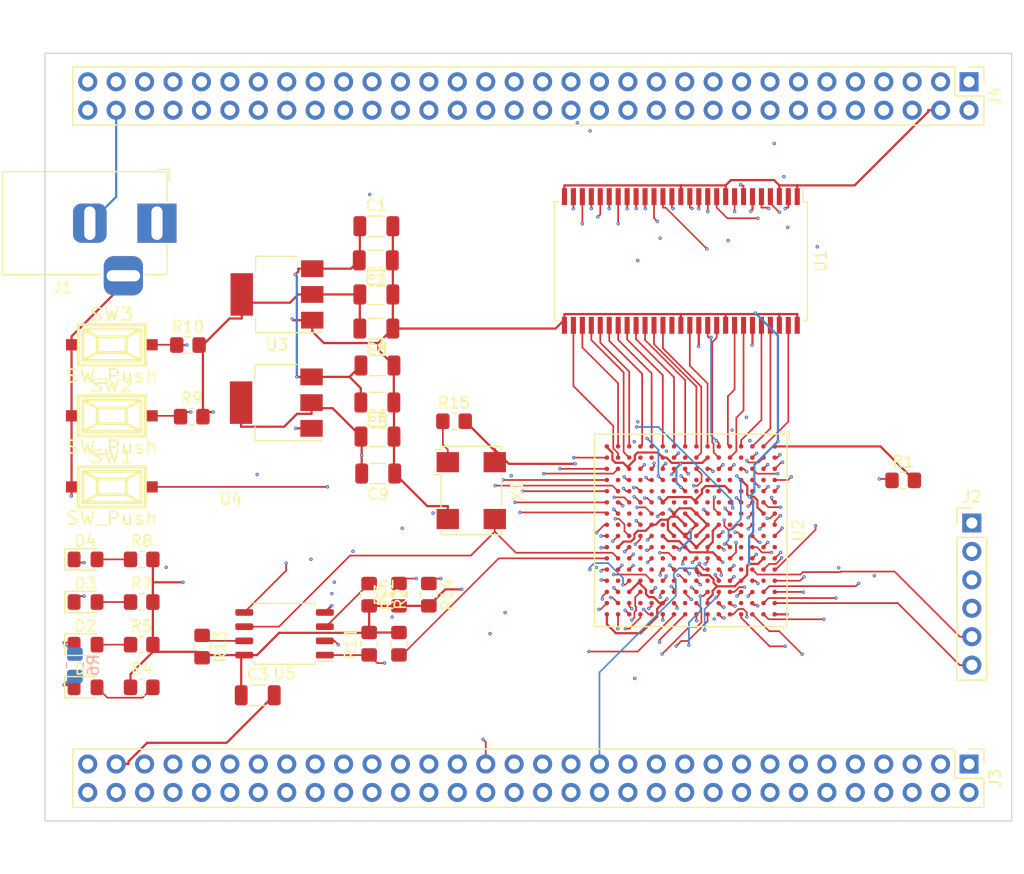
<source format=kicad_pcb>
(kicad_pcb (version 20221018) (generator pcbnew)
  (layers (0 "F.Cu" signal) (1 "In1.Cu" signal "GND") (2 "In2.Cu" signal "PWR") (31 "B.Cu" signal) (34 "B.Paste" user) (35 "F.Paste" user) (36 "B.SilkS" user "B.Silkscreen") (37 "F.SilkS" user "F.Silkscreen") (38 "B.Mask" user) (39 "F.Mask" user) (44 "Edge.Cuts" user))
  (net 0 "")
  (net 1 "/R11")
  (net 2 "/E4")
  (net 3 "/F4")
  (net 4 "/F5")
  (net 5 "/F6")
  (net 6 "/G5")
  (net 7 "/G6")
  (net 8 "/H4")
  (net 9 "/H5")
  (net 10 "/J6")
  (net 11 "/K5")
  (net 12 "GNDREF")
  (net 13 "+1V2")
  (net 14 "/K6")
  (net 15 "/L5")
  (net 16 "/L8")
  (net 17 "/L10")
  (net 18 "/M2")
  (net 19 "/M5")
  (net 20 "/M12")
  (net 21 "/N4")
  (net 22 "/N11")
  (net 23 "/N12")
  (net 24 "/P7")
  (net 25 "/P8")
  (net 26 "/R7")
  (net 27 "/R9")
  (net 28 "/T3")
  (net 29 "/T8")
  (net 30 "/T9")
  (net 31 "/T11")
  (net 32 "+3V3")
  (net 33 "/E12")
  (net 34 "/B16")
  (net 35 "/B15")
  (net 36 "/E13")
  (net 37 "/T10")
  (net 38 "/TMS")
  (net 39 "/TDI")
  (net 40 "/TCK")
  (net 41 "/TDO")
  (net 42 "/K3")
  (net 43 "/K2")
  (net 44 "/L4")
  (net 45 "/M3")
  (net 46 "/FPGA_DONE")
  (net 47 "/A3")
  (net 48 "/A2")
  (net 49 "/B3")
  (net 50 "/B2")
  (net 51 "/C3")
  (net 52 "/C2")
  (net 53 "/D3")
  (net 54 "/E3")
  (net 55 "/F3")
  (net 56 "/G3")
  (net 57 "/H3")
  (net 58 "/J4")
  (net 59 "/J3")
  (net 60 "/L3")
  (net 61 "/M4")
  (net 62 "/N3")
  (net 63 "/R2")
  (net 64 "/R1")
  (net 65 "/P2")
  (net 66 "/P1")
  (net 67 "/N1")
  (net 68 "/M1")
  (net 69 "/L1")
  (net 70 "/K1")
  (net 71 "/J1")
  (net 72 "/H1")
  (net 73 "/H2")
  (net 74 "/G1")
  (net 75 "/F1")
  (net 76 "/F2")
  (net 77 "/E1")
  (net 78 "/E2")
  (net 79 "/D1")
  (net 80 "/C1")
  (net 81 "/B1")
  (net 82 "/C15")
  (net 83 "/C16")
  (net 84 "/D14")
  (net 85 "/D16")
  (net 86 "/E15")
  (net 87 "/E16")
  (net 88 "/F15")
  (net 89 "/F16")
  (net 90 "/G11")
  (net 91 "/F12")
  (net 92 "/F14")
  (net 93 "/F13")
  (net 94 "/G16")
  (net 95 "/G14")
  (net 96 "/H15")
  (net 97 "/H16")
  (net 98 "/G12")
  (net 99 "/H11")
  (net 100 "/H13")
  (net 101 "/H14")
  (net 102 "/J14")
  (net 103 "/J16")
  (net 104 "/J11")
  (net 105 "/J12")
  (net 106 "/K14")
  (net 107 "/J13")
  (net 108 "/K15")
  (net 109 "/K16")
  (net 110 "/L16")
  (net 111 "/L14")
  (net 112 "/K11")
  (net 113 "/K12")
  (net 114 "/M15")
  (net 115 "/M16")
  (net 116 "/N14")
  (net 117 "/N16")
  (net 118 "/M13")
  (net 119 "/M14")
  (net 120 "/L12")
  (net 121 "/L13")
  (net 122 "/P15")
  (net 123 "/P16")
  (net 124 "/R15")
  (net 125 "/R16")
  (net 126 "/R14")
  (net 127 "/T15")
  (net 128 "/T13")
  (net 129 "/T14")
  (net 130 "/T12")
  (net 131 "/R12")
  (net 132 "/A14")
  (net 133 "/B14")
  (net 134 "/C13")
  (net 135 "/A13")
  (net 136 "/B12")
  (net 137 "/A12")
  (net 138 "/C11")
  (net 139 "/A11")
  (net 140 "/B10")
  (net 141 "/A9")
  (net 142 "/C9")
  (net 143 "/A8")
  (net 144 "/B8")
  (net 145 "/A7")
  (net 146 "/C7")
  (net 147 "/A6")
  (net 148 "/B6")
  (net 149 "/A5")
  (net 150 "/B5")
  (net 151 "/A4")
  (net 152 "/E10")
  (net 153 "/C10")
  (net 154 "/E11")
  (net 155 "/F10")
  (net 156 "/F9")
  (net 157 "/D9")
  (net 158 "/C8")
  (net 159 "/D8")
  (net 160 "/E7")
  (net 161 "/E6")
  (net 162 "/F7")
  (net 163 "/C6")
  (net 164 "/D6")
  (net 165 "/M6")
  (net 166 "/P4")
  (net 167 "/N5")
  (net 168 "/P5")
  (net 169 "/N6")
  (net 170 "/M7")
  (net 171 "/P6")
  (net 172 "/N8")
  (net 173 "/L7")
  (net 174 "/P9")
  (net 175 "/T4")
  (net 176 "/T5")
  (net 177 "/R5")
  (net 178 "/T6")
  (net 179 "/T7")
  (net 180 "/N9")
  (net 181 "/M9")
  (net 182 "/M10")
  (net 183 "/P11")
  (net 184 "/P12")
  (net 185 "/M11")
  (net 186 "+5V")
  (net 187 "Net-(D1-A)")
  (net 188 "Net-(D2-A)")
  (net 189 "Net-(D3-A)")
  (net 190 "Net-(D4-A)")
  (net 191 "/PROG_B")
  (net 192 "/C4")
  (net 193 "/A10")
  (net 194 "/C5")
  (net 195 "/D5")
  (net 196 "/D11")
  (net 197 "/D12")
  (net 198 "/E8")
  (net 199 "/R3")
  (net 200 "P10")
  (net 201 "Net-(U5-IO2)")
  (net 202 "Net-(U5-IO3)")
  (net 203 "Net-(X1-EN)")
  (footprint "Resistor_SMD:R_0805_2012Metric_Pad1.20x1.40mm_HandSolder" (layer "F.Cu") (at 120.7135 113.9604 -90)
    (fp_text reference "R13")
    (fp_text value "4.7k")
  )
  (footprint "w_switch:smd_push" (layer "F.Cu") (at 112.649 99.695)
    (fp_text reference "SW1")
    (fp_text value "SW_Push")
  )
  (footprint "Resistor_SMD:R_0805_2012Metric_Pad1.20x1.40mm_HandSolder" (layer "F.Cu") (at 115.316 109.982)
    (fp_text reference "R7")
    (fp_text value "1k")
  )
  (footprint "LED_SMD:LED_0805_2012Metric_Pad1.15x1.40mm_HandSolder" (layer "F.Cu") (at 110.2995 106.172)
    (fp_text reference "D4")
    (fp_text value "LED")
  )
  (footprint "Oscillator:Oscillator_SMD_IQD_IQXO70-4Pin_7.5x5.0mm" (layer "F.Cu") (at 144.7628 100.0252 -90)
    (fp_text reference "X1")
    (fp_text value "CFPS-72")
  )
  (footprint "Capacitor_SMD:C_1206_3216Metric" (layer "F.Cu") (at 125.681 118.3132)
    (fp_text reference "C3")
    (fp_text value "100n")
  )
  (footprint "Resistor_SMD:R_0805_2012Metric_Pad1.20x1.40mm_HandSolder" (layer "F.Cu") (at 138.303 113.7064 -90)
    (fp_text reference "R2")
    (fp_text value "4.7k")
  )
  (footprint "Package_SO:SOIC-8_5.23x5.23mm_P1.27mm" (layer "F.Cu") (at 128.0795 112.8174 180)
    (fp_text reference "U5")
    (fp_text value "W25Q128JVS")
  )
  (footprint "Capacitor_SMD:C_1206_3216Metric" (layer "F.Cu") (at 136.3825 95.1992)
    (fp_text reference "C6")
    (fp_text value "47uF")
  )
  (footprint "Capacitor_SMD:C_1206_3216Metric" (layer "F.Cu") (at 136.3785 88.8492)
    (fp_text reference "C4")
    (fp_text value "47uF")
  )
  (footprint "Resistor_SMD:R_0805_2012Metric_Pad1.20x1.40mm_HandSolder" (layer "F.Cu") (at 135.636 113.7064 90)
    (fp_text reference "R11")
    (fp_text value "4.7k")
  )
  (footprint "Connector_BarrelJack:BarrelJack_Horizontal" (layer "F.Cu") (at 116.6805 76.1315)
    (fp_text reference "J1")
    (fp_text value "Barrel_Jack_Switch")
  )
  (footprint "Capacitor_SMD:C_1206_3216Metric" (layer "F.Cu") (at 136.368 92.1512 180)
    (fp_text reference "C5")
    (fp_text value "100n")
  )
  (footprint "Resistor_SMD:R_0805_2012Metric_Pad1.20x1.40mm_HandSolder" (layer "F.Cu") (at 119.7864 93.4212)
    (fp_text reference "R9")
    (fp_text value "4.7k")
  )
  (footprint "Resistor_SMD:R_0805_2012Metric_Pad1.20x1.40mm_HandSolder" (layer "F.Cu") (at 115.316 106.172)
    (fp_text reference "R8")
    (fp_text value "1k")
  )
  (footprint "LED_SMD:LED_0805_2012Metric_Pad1.15x1.40mm_HandSolder" (layer "F.Cu") (at 110.2995 109.982)
    (fp_text reference "D3")
    (fp_text value "LED")
  )
  (footprint "w_switch:smd_push" (layer "F.Cu") (at 112.649 86.995)
    (fp_text reference "SW3")
    (fp_text value "SW_Push")
  )
  (footprint "Package_SO:TSOP-II-54_22.2x10.16mm_P0.8mm" (layer "F.Cu") (at 163.488 79.5116 -90)
    (fp_text reference "U1")
    (fp_text value "MT48LC16M16A2P")
  )
  (footprint "LED_SMD:LED_0805_2012Metric_Pad1.15x1.40mm_HandSolder" (layer "F.Cu") (at 110.2995 117.602)
    (fp_text reference "D1")
    (fp_text value "LED")
  )
  (footprint "Resistor_SMD:R_0805_2012Metric_Pad1.20x1.40mm_HandSolder" (layer "F.Cu") (at 183.3532 99.1108)
    (fp_text reference "R1")
    (fp_text value "4.7k")
  )
  (footprint "Package_TO_SOT_SMD:SOT-223-3_TabPin2" (layer "F.Cu") (at 127.3415 92.1652 180)
    (fp_text reference "U4")
    (fp_text value "AMS1117-1.2")
  )
  (footprint "Resistor_SMD:R_0805_2012Metric_Pad1.20x1.40mm_HandSolder" (layer "F.Cu") (at 115.316 113.792)
    (fp_text reference "R5")
    (fp_text value "1k")
  )
  (footprint "Connector_PinHeader_2.54mm:PinHeader_2x32_P2.54mm_Vertical" (layer "F.Cu") (at 189.235 63.5 -90)
    (fp_text reference "J4")
    (fp_text value "Conn_02x32_Odd_Even")
  )
  (footprint "Package_TO_SOT_SMD:SOT-223-3_TabPin2" (layer "F.Cu") (at 127.405 82.4992 180)
    (fp_text reference "U3")
    (fp_text value "AMS1117-3.3")
  )
  (footprint "Capacitor_SMD:C_1206_3216Metric" (layer "F.Cu") (at 136.2805 76.4032)
    (fp_text reference "C1")
    (fp_text value "47uF")
  )
  (footprint "Resistor_SMD:R_0805_2012Metric_Pad1.20x1.40mm_HandSolder" (layer "F.Cu") (at 138.303 109.3249 90)
    (fp_text reference "R3")
    (fp_text value "4.7k")
  )
  (footprint "Resistor_SMD:R_0805_2012Metric_Pad1.20x1.40mm_HandSolder" (layer "F.Cu") (at 140.97 109.3249 -90)
    (fp_text reference "R14")
    (fp_text value "4.7k")
  )
  (footprint "Capacitor_SMD:C_1206_3216Metric" (layer "F.Cu") (at 136.2315 79.4512 180)
    (fp_text reference "C2")
    (fp_text value "100n")
  )
  (footprint "Capacitor_SMD:C_1206_3216Metric" (layer "F.Cu") (at 136.2805 82.4992)
    (fp_text reference "C7")
    (fp_text value "47uF")
  )
  (footprint "Capacitor_SMD:C_1206_3216Metric" (layer "F.Cu") (at 136.447 98.5012 180)
    (fp_text reference "C9")
    (fp_text value "100n")
  )
  (footprint "Resistor_SMD:R_0805_2012Metric_Pad1.20x1.40mm_HandSolder" (layer "F.Cu") (at 135.636 109.3249 -90)
    (fp_text reference "R12")
    (fp_text value "4.7k")
  )
  (footprint "Resistor_SMD:R_0805_2012Metric_Pad1.20x1.40mm_HandSolder" (layer "F.Cu") (at 143.2212 93.8276)
    (fp_text reference "R15")
    (fp_text value "4.7k")
  )
  (footprint "Resistor_SMD:R_0805_2012Metric_Pad1.20x1.40mm_HandSolder" (layer "F.Cu") (at 119.4468 87.0204)
    (fp_text reference "R10")
    (fp_text value "4.7k")
  )
  (footprint "w_switch:smd_push" (layer "F.Cu") (at 112.649 93.345)
    (fp_text reference "SW2")
    (fp_text value "SW_Push")
  )
  (footprint "Connector_PinHeader_2.54mm:PinHeader_1x06_P2.54mm_Vertical" (layer "F.Cu") (at 189.484 102.9208)
    (fp_text reference "J2")
    (fp_text value "Conn_01x06")
  )
  (footprint "Connector_PinHeader_2.54mm:PinHeader_2x32_P2.54mm_Vertical" (layer "F.Cu") (at 189.235 124.455 -90)
    (fp_text reference "J3")
    (fp_text value "Conn_02x32_Odd_Even")
  )
  (footprint "Capacitor_SMD:C_1206_3216Metric" (layer "F.Cu") (at 136.2805 85.5472 180)
    (fp_text reference "C8")
    (fp_text value "100n")
  )
  (footprint "Resistor_SMD:R_0805_2012Metric_Pad1.20x1.40mm_HandSolder" (layer "F.Cu") (at 115.316 117.602)
    (fp_text reference "R4")
    (fp_text value "1k")
  )
  (footprint "Package_BGA:BGA-256_17.0x17.0mm_Layout16x16_P1.0mm_Ball0.5mm_Pad0.4mm_NSMD" (layer "F.Cu") (at 164.3752 103.5788 -90)
    (fp_text reference "U2")
    (fp_text value "XC6SLX16-FTG256")
  )
  (footprint "LED_SMD:LED_0805_2012Metric_Pad1.15x1.40mm_HandSolder" (layer "F.Cu") (at 110.2995 113.792)
    (fp_text reference "D2")
    (fp_text value "LED")
  )
  (footprint "Resistor_SMD:R_0805_2012Metric_Pad1.20x1.40mm_HandSolder" (layer "B.Cu") (at 109.347 115.6335 90)
    (fp_text reference "R6")
    (fp_text value "4.7k")
  )
  (gr_line (start 193.04 129.54) (end 106.68 129.54) (stroke (width 0.1)) (layer "Edge.Cuts"))
  (gr_line (start 106.68 60.96) (end 193.04 60.96) (stroke (width 0.1)) (layer "Edge.Cuts"))
  (gr_line (start 193.04 60.96) (end 193.04 129.54) (stroke (width 0.1)) (layer "Edge.Cuts"))
  (gr_line (start 106.68 129.54) (end 106.68 60.96) (stroke (width 0.1)) (layer "Edge.Cuts"))
  (segment (start 146.8628 102.5652) (end 146.8628 103.6921) (width 0.15) (layer "F.Cu") (net 1))
  (segment (start 127.5802 112.1824) (end 133.9332 105.8294) (width 0.15) (layer "F.Cu") (net 1))
  (segment (start 157.8752 106.0788) (end 157.3752 105.5788) (width 0.15) (layer "F.Cu") (net 1))
  (segment (start 144.7255 105.8294) (end 146.8628 103.6921) (width 0.15) (layer "F.Cu") (net 1))
  (segment (start 148.7495 105.5788) (end 146.8628 103.6921) (width 0.15) (layer "F.Cu") (net 1))
  (segment (start 124.4795 112.1824) (end 127.5802 112.1824) (width 0.15) (layer "F.Cu") (net 1))
  (segment (start 133.9332 105.8294) (end 144.7255 105.8294) (width 0.15) (layer "F.Cu") (net 1))
  (segment (start 157.3752 105.5788) (end 148.7495 105.5788) (width 0.15) (layer "F.Cu") (net 1))
  (segment (start 162.8752 102.3539) (end 162.6001 102.3539) (width 0.2) (layer "F.Cu") (net 12))
  (segment (start 137.8535 88.8492) (end 137.843 88.8597) (width 0.2) (layer "F.Cu") (net 12))
  (segment (start 137.7555 85.5472) (end 136.4611 86.8416) (width 0.2) (layer "F.Cu") (net 12))
  (segment (start 163.5197 99.7233) (end 163.5057 99.7233) (width 0.2) (layer "F.Cu") (net 12))
  (segment (start 169.4123 107.5417) (end 169.4123 106.7506) (width 0.2) (layer "F.Cu") (net 12))
  (segment (start 160.3752 108.8842) (end 160.3752 109.2752) (width 0.2) (layer "F.Cu") (net 12))
  (segment (start 169.4233 99.6269) (end 169.4233 100.3834) (width 0.2) (layer "F.Cu") (net 12))
  (segment (start 158.7225 97.9261) (end 158.8752 98.0788) (width 0.2) (layer "F.Cu") (net 12))
  (segment (start 170.1458 84.2547) (end 170.1458 84.165) (width 0.2) (layer "F.Cu") (net 12))
  (segment (start 161.8752 110.0788) (end 161.3752 110.5788) (width 0.2) (layer "F.Cu") (net 12))
  (segment (start 162.8752 104.0788) (end 162.3271 103.5307) (width 0.2) (layer "F.Cu") (net 12))
  (segment (start 157.6864 112.7683) (end 156.8752 111.9571) (width 0.2) (layer "F.Cu") (net 12))
  (segment (start 162.3271 102.6269) (end 161.6882 102.6269) (width 0.2) (layer "F.Cu") (net 12))
  (segment (start 169.4233 100.3834) (end 169.6187 100.5788) (width 0.2) (layer "F.Cu") (net 12))
  (segment (start 137.7555 79.4512) (end 137.7555 76.4032) (width 0.2) (layer "F.Cu") (net 12))
  (segment (start 173.888 84.2547) (end 172.288 84.2547) (width 0.2) (layer "F.Cu") (net 12))
  (segment (start 162.3271 103.5307) (end 162.3271 102.6269) (width 0.2) (layer "F.Cu") (net 12))
  (segment (start 156.8752 111.9571) (end 156.8752 111.0788) (width 0.2) (layer "F.Cu") (net 12))
  (segment (start 161.2363 103.0788) (end 160.8752 103.0788) (width 0.2) (layer "F.Cu") (net 12))
  (segment (start 137.843 92.1512) (end 137.8575 92.1657) (width 0.2) (layer "F.Cu") (net 12))
  (segment (start 142.6628 102.5652) (end 142.6628 101.4133) (width 0.2) (layer "F.Cu") (net 12))
  (segment (start 169.4123 106.7506) (end 169.5857 106.5772) (width 0.2) (layer "F.Cu") (net 12))
  (segment (start 157.3752 96.6447) (end 157.3752 97.2752) (width 0.2) (layer "F.Cu") (net 12))
  (segment (start 170.3271 100.8908) (end 170.3271 101.5307) (width 0.2) (layer "F.Cu") (net 12))
  (segment (start 162.2013 97.0788) (end 162.6713 97.5488) (width 0.2) (layer "F.Cu") (net 12))
  (segment (start 166.3271 109.3276) (end 165.8752 109.7795) (width 0.2) (layer "F.Cu") (net 12))
  (segment (start 170.3271 101.5307) (end 170.8752 102.0788) (width 0.2) (layer "F.Cu") (net 12))
  (segment (start 166.0306 107.5788) (end 166.4123 107.9605) (width 0.2) (layer "F.Cu") (net 12))
  (segment (start 137.922 98.5012) (end 137.8575 98.4367) (width 0.2) (layer "F.Cu") (net 12))
  (segment (start 113.035 124.455) (end 114.1369 124.455) (width 0.2) (layer "F.Cu") (net 12))
  (segment (start 168.8752 99.0788) (end 169.4233 99.6269) (width 0.2) (layer "F.Cu") (net 12))
  (segment (start 153.088 84.2547) (end 163.488 84.2547) (width 0.2) (layer "F.Cu") (net 12))
  (segment (start 172.288 84.2562) (end 172.288 84.2554) (width 0.2) (layer "F.Cu") (net 12))
  (segment (start 181.3212 96.0788) (end 184.3532 99.1108) (width 0.2) (layer "F.Cu") (net 12))
  (segment (start 162.6713 97.5488) (end 163.447 97.5488) (width 0.2) (layer "F.Cu") (net 12))
  (segment (start 127.156 118.3132) (end 122.9085 122.5607) (width 0.2) (layer "F.Cu") (net 12))
  (segment (start 130.555 85.8011) (end 131.5955 86.8416) (width 0.2) (layer "F.Cu") (net 12))
  (segment (start 130.4915 94.4652) (end 129.0742 94.4652) (width 0.2) (layer "F.Cu") (net 12))
  (segment (start 109.0498 93.345) (end 109.0498 86.995) (width 0.2) (layer "F.Cu") (net 12))
  (segment (start 162.8752 102.0788) (end 163.3452 101.6088) (width 0.2) (layer "F.Cu") (net 12))
  (segment (start 137.7065 79.4512) (end 137.7555 79.4512) (width 0.2) (layer "F.Cu") (net 12))
  (segment (start 153.088 84.7581) (end 153.088 84.2547) (width 0.2) (layer "F.Cu") (net 12))
  (segment (start 157.8752 105.0788) (end 158.3752 104.5788) (width 0.2) (layer "F.Cu") (net 12))
  (segment (start 142.6628 101.4133) (end 140.8341 101.4133) (width 0.2) (layer "F.Cu") (net 12))
  (segment (start 137.7555 82.4992) (end 137.7555 79.4512) (width 0.2) (layer "F.Cu") (net 12))
  (segment (start 161.3752 110.5788) (end 161.3752 111.2818) (width 0.2) (layer "F.Cu") (net 12))
  (segment (start 163.447 97.6473) (end 163.447 97.5488) (width 0.2) (layer "F.Cu") (net 12))
  (segment (start 161.6882 102.6269) (end 161.2363 103.0788) (width 0.2) (layer "F.Cu") (net 12))
  (segment (start 164.8752 107.3272) (end 165.1118 107.5638) (width 0.2) (layer "F.Cu") (net 12))
  (segment (start 163.3452 101.6088) (end 164.4052 101.6088) (width 0.2) (layer "F.Cu") (net 12))
  (segment (start 122.9085 122.5607) (end 115.8029 122.5607) (width 0.2) (layer "F.Cu") (net 12))
  (segment (start 161.0517 109.5417) (end 161.5888 110.0788) (width 0.2) (layer "F.Cu") (net 12))
  (segment (start 167.488 85.2616) (end 167.488 84.2547) (width 0.2) (layer "F.Cu") (net 12))
  (segment (start 158.7225 97.9261) (end 159.3752 97.2734) (width 0.2) (layer "F.Cu") (net 12))
  (segment (start 164.8752 107.0788) (end 164.8752 107.3272) (width 0.2) (layer "F.Cu") (net 12))
  (segment (start 164.8752 107.0788) (end 165.3752 107.5788) (width 0.2) (layer "F.Cu") (net 12))
  (segment (start 131.6795 110.9124) (end 132.2924 110.2995) (width 0.2) (layer "F.Cu") (net 12))
  (segment (start 171.8752 95.9091) (end 171.8752 96.0788) (width 0.2) (layer "F.Cu") (net 12))
  (segment (start 152.2989 85.5472) (end 137.7555 85.5472) (width 0.2) (layer "F.Cu") (net 12))
  (segment (start 159.0359 104.5788) (end 159.34 104.2747) (width 0.2) (layer "F.Cu") (net 12))
  (segment (start 128.7694 84.69) (end 128.8786 84.7992) (width 0.2) (layer "F.Cu") (net 12))
  (segment (start 164.8752 102.0788) (end 165.8752 103.0788) (width 0.2) (layer "F.Cu") (net 12))
  (segment (start 165.4052 97.5488) (end 165.8752 97.0788) (width 0.2) (layer "F.Cu") (net 12))
  (segment (start 172.288 85.2616) (end 172.288 84.3431) (width 0.2) (layer "F.Cu") (net 12))
  (segment (start 166.3271 108.9792) (end 166.3271 109.3276) (width 0.2) (layer "F.Cu") (net 12))
  (segment (start 163.1503 102.3539) (end 162.8752 102.3539) (width 0.2) (layer "F.Cu") (net 12))
  (segment (start 166.4123 107.9605) (end 166.4123 108.2636) (width 0.2) (layer "F.Cu") (net 12))
  (segment (start 166.7275 108.5788) (end 166.3271 108.9792) (width 0.2) (layer "F.Cu") (net 12))
  (segment (start 137.8575 92.1657) (end 137.8575 95.1992) (width 0.2) (layer "F.Cu") (net 12))
  (segment (start 161.4202 96.6238) (end 161.8752 97.0788) (width 0.2) (layer "F.Cu") (net 12))
  (segment (start 157.6417 97.5417) (end 158.3381 97.5417) (width 0.2) (layer "F.Cu") (net 12))
  (segment (start 160.6417 109.5417) (end 161.0517 109.5417) (width 0.2) (layer "F.Cu") (net 12))
  (segment (start 173.888 85.2616) (end 173.888 84.2547) (width 0.2) (layer "F.Cu") (net 12))
  (segment (start 109.0498 86.995) (end 109.0498 86.2427) (width 0.2) (layer "F.Cu") (net 12))
  (segment (start 157.8752 101.0788) (end 157.9928 101.0788) (width 0.2) (layer "F.Cu") (net 12))
  (segment (start 158.3752 104.5788) (end 159.0359 104.5788) (width 0.2) (layer "F.Cu") (net 12))
  (segment (start 163.8752 100.0788) (end 163.5197 99.7233) (width 0.2) (layer "F.Cu") (net 12))
  (segment (start 115.8029 122.5607) (end 114.1369 124.2267) (width 0.2) (layer "F.Cu") (net 12))
  (segment (start 157.3752 97.2752) (end 157.6417 97.5417) (width 0.2) (layer "F.Cu") (net 12))
  (segment (start 163.8752 103.0788) (end 163.1503 102.3539) (width 0.2) (layer "F.Cu") (net 12))
  (segment (start 164.8752 104.0788) (end 165.8752 103.0788) (width 0.2) (layer "F.Cu") (net 12))
  (segment (start 137.8575 98.4367) (end 137.8575 95.1992) (width 0.2) (layer "F.Cu") (net 12))
  (segment (start 172.1624 95.6219) (end 171.8752 95.9091) (width 0.2) (layer "F.Cu") (net 12))
  (segment (start 159.6217 96.6238) (end 161.4202 96.6238) (width 0.2) (layer "F.Cu") (net 12))
  (segment (start 163.488 85.2616) (end 163.488 84.2547) (width 0.2) (layer "F.Cu") (net 12))
  (segment (start 109.0498 100.4813) (end 109.0498 99.695) (width 0.2) (layer "F.Cu") (net 12))
  (segment (start 153.088 85.2616) (end 153.088 84.7581) (width 0.2) (layer "F.Cu") (net 12))
  (segment (start 162.8752 102.0788) (end 162.8752 102.3539) (width 0.2) (layer "F.Cu") (net 12))
  (segment (start 114.1369 124.2267) (end 114.1369 124.455) (width 0.2) (layer "F.Cu") (net 12))
  (segment (start 159.7225 108.2315) (end 160.3752 108.8842) (width 0.2) (layer "F.Cu") (net 12))
  (segment (start 172.288 84.2554) (end 172.2873 84.2547) (width 0.2) (layer "F.Cu") (net 12))
  (segment (start 162.2491 109.7049) (end 162.2491 109.7027) (width 0.2) (layer "F.Cu") (net 12))
  (segment (start 157.9928 101.0788) (end 158.2904 101.3764) (width 0.2) (layer "F.Cu") (net 12))
  (segment (start 160.3381 103.6159) (end 160.8752 103.0788) (width 0.2) (layer "F.Cu") (net 12))
  (segment (start 159.3752 96.8703) (end 159.6217 96.6238) (width 0.2) (layer "F.Cu") (net 12))
  (segment (start 159.34 103.9176) (end 159.6417 103.6159) (width 0.2) (layer "F.Cu") (net 12))
  (segment (start 161.8752 97.0788) (end 162.2013 97.0788) (width 0.2) (layer "F.Cu") (net 12))
  (segment (start 109.0498 93.345) (end 109.0498 99.695) (width 0.2) (layer "F.Cu") (net 12))
  (segment (start 169.5857 106.5772) (end 170.3768 106.5772) (width 0.2) (layer "F.Cu") (net 12))
  (segment (start 108.3789 117.389) (end 109.0615 117.389) (width 0.2) (layer "F.Cu") (net 12))
  (segment (start 164.4052 101.6088) (end 164.8752 102.0788) (width 0.2) (layer "F.Cu") (net 12))
  (segment (start 169.888 73.7616) (end 169.888 74.9077) (width 0.2) (layer "F.Cu") (net 12))
  (segment (start 169.888 74.9077) (end 169.7377 75.058) (width 0.2) (layer "F.Cu") (net 12))
  (segment (start 166.4123 108.2636) (end 166.7275 108.5788) (width 0.2) (layer "F.Cu") (net 12))
  (segment (start 159.8887 112.7683) (end 157.6864 112.7683) (width 0.2) (layer "F.Cu") (net 12))
  (segment (start 165.088 74.8355) (end 165.088 73.7616) (width 0.2) (layer "F.Cu") (net 12))
  (segment (start 171.8752 111.0788) (end 172.9679 111.0788) (width 0.2) (layer "F.Cu") (net 12))
  (segment (start 168.8093 108.0788) (end 168.3093 108.5788) (width 0.2) (layer "F.Cu") (net 12))
  (segment (start 160.3752 109.2752) (end 160.6417 109.5417) (width 0.2) (layer "F.Cu") (net 12))
  (segment (start 165.8752 109.7795) (end 165.8752 110.0788) (width 0.2) (layer "F.Cu") (net 12))
  (segment (start 109.0209 100.5102) (end 109.0498 100.4813) (width 0.2) (layer "F.Cu") (net 12))
  (segment (start 161.3752 111.2818) (end 159.8887 112.7683) (width 0.2) (layer "F.Cu") (net 12))
  (segment (start 170.1458 84.2547) (end 167.488 84.2547) (width 0.2) (layer "F.Cu") (net 12))
  (segment (start 156.8752 96.0788) (end 156.8752 96.1447) (width 0.2) (layer "F.Cu") (net 12))
  (segment (start 158.8752 109.0788) (end 159.7225 108.2315) (width 0.2) (layer "F.Cu") (net 12))
  (segment (start 168.8752 108.0788) (end 168.8093 108.0788) (width 0.2) (layer "F.Cu") (net 12))
  (segment (start 163.447 97.5488) (end 165.4052 97.5488) (width 0.2) (layer "F.Cu") (net 12))
  (segment (start 159.3752 97.2734) (end 159.3752 96.8703) (width 0.2) (layer "F.Cu") (net 12))
  (segment (start 170.3768 106.5772) (end 170.8752 106.0788) (width 0.2) (layer "F.Cu") (net 12))
  (segment (start 171.8752 96.0788) (end 181.3212 96.0788) (width 0.2) (layer "F.Cu") (net 12))
  (segment (start 159.6417 103.6159) (end 160.3381 103.6159) (width 0.2) (layer "F.Cu") (net 12))
  (segment (start 109.0498 86.2427) (end 113.6805 81.612) (width 0.2) (layer "F.Cu") (net 12))
  (segment (start 131.5955 86.8416) (end 136.4611 86.8416) (width 0.2) (layer "F.Cu") (net 12))
  (segment (start 136.4611 86.8416) (end 136.4611 87.4568) (width 0.2) (layer "F.Cu") (net 12))
  (segment (start 140.8341 101.4133) (end 137.922 98.5012) (width 0.2) (layer "F.Cu") (net 12))
  (segment (start 161.5888 110.0788) (end 161.8752 110.0788) (width 0.2) (layer "F.Cu") (net 12))
  (segment (start 162.5019 101.7055) (end 162.5003 101.7055) (width 0.2) (layer "F.Cu") (net 12))
  (segment (start 162.8752 102.0788) (end 162.5019 101.7055) (width 0.2) (layer "F.Cu") (net 12))
  (segment (start 109.0615 117.389) (end 109.2745 117.602) (width 0.2) (layer "F.Cu") (net 12))
  (segment (start 172.288 84.2554) (end 172.288 84.2547) (width 0.2) (layer "F.Cu") (net 12))
  (segment (start 172.288 84.3431) (end 172.288 84.2562) (width 0.2) (layer "F.Cu") (net 12))
  (segment (start 169.6187 100.5788) (end 170.0151 100.5788) (width 0.2) (layer "F.Cu") (net 12))
  (segment (start 158.3381 97.5417) (end 158.7225 97.9261) (width 0.2) (layer "F.Cu") (net 12))
  (segment (start 137.7555 85.5472) (end 137.7555 82.4992) (width 0.2) (layer "F.Cu") (net 12))
  (segment (start 172.2873 84.2547) (end 170.1458 84.2547) (width 0.2) (layer "F.Cu") (net 12))
  (segment (start 159.34 104.2747) (end 159.34 103.9176) (width 0.2) (layer "F.Cu") (net 12))
  (segment (start 128.8786 84.7992) (end 130.555 84.7992) (width 0.2) (layer "F.Cu") (net 12))
  (segment (start 161.8752 110.0788) (end 162.2491 109.7049) (width 0.2) (layer "F.Cu") (net 12))
  (segment (start 130.555 84.7992) (end 130.555 85.8011) (width 0.2) (layer "F.Cu") (net 12))
  (segment (start 156.8752 96.1447) (end 157.3752 96.6447) (width 0.2) (layer "F.Cu") (net 12))
  (segment (start 168.3093 108.5788) (end 166.7275 108.5788) (width 0.2) (layer "F.Cu") (net 12))
  (segment (start 162.6001 102.3539) (end 162.3271 102.6269) (width 0.2) (layer "F.Cu") (net 12))
  (segment (start 165.3752 107.5788) (end 166.0306 107.5788) (width 0.2) (layer "F.Cu") (net 12))
  (segment (start 137.843 88.8597) (end 137.843 92.1512) (width 0.2) (layer "F.Cu") (net 12))
  (segment (start 153.088 84.7581) (end 152.2989 85.5472) (width 0.2) (layer "F.Cu") (net 12))
  (segment (start 168.8752 108.0788) (end 169.4123 107.5417) (width 0.2) (layer "F.Cu") (net 12))
  (segment (start 159.7225 108.2315) (end 159.8752 108.0788) (width 0.2) (layer "F.Cu") (net 12))
  (segment (start 163.488 84.2547) (end 167.488 84.2547) (width 0.2) (layer "F.Cu") (net 12))
  (segment (start 113.6805 81.612) (end 113.6805 80.8315) (width 0.2) (layer "F.Cu") (net 12))
  (segment (start 170.0151 100.5788) (end 170.3271 100.8908) (width 0.2) (layer "F.Cu") (net 12))
  (segment (start 136.4611 87.4568) (end 137.8535 88.8492) (width 0.2) (layer "F.Cu") (net 12))
  (via (at 165.088 74.8355) (size 0.3) (drill 0.1) (layers "F.Cu" "B.Cu") (net 12))
  (via (at 128.7694 84.69) (size 0.3) (drill 0.1) (layers "F.Cu" "B.Cu") (net 12))
  (via (at 163.447 97.6473) (size 0.3) (drill 0.1) (layers "F.Cu" "B.Cu") (net 12))
  (via (at 132.2924 110.2995) (size 0.3) (drill 0.1) (layers "F.Cu" "B.Cu") (net 12))
  (via (at 169.6187 100.5788) (size 0.3) (drill 0.1) (layers "F.Cu" "B.Cu") (net 12))
  (via (at 163.5057 99.7233) (size 0.3) (drill 0.1) (layers "F.Cu" "B.Cu") (net 12))
  (via (at 109.0209 100.5102) (size 0.3) (drill 0.1) (layers "F.Cu" "B.Cu") (net 12))
  (via (at 172.9679 111.0788) (size 0.3) (drill 0.1) (layers "F.Cu" "B.Cu") (net 12))
  (via (at 169.7377 75.058) (size 0.3) (drill 0.1) (layers "F.Cu" "B.Cu") (net 12))
  (via (at 129.0742 94.4652) (size 0.3) (drill 0.1) (layers "F.Cu" "B.Cu") (net 12))
  (via (at 162.2491 109.7027) (size 0.3) (drill 0.1) (layers "F.Cu" "B.Cu") (net 12))
  (via (at 158.2904 101.3764) (size 0.3) (drill 0.1) (layers "F.Cu" "B.Cu") (net 12))
  (via (at 172.1624 95.6219) (size 0.3) (drill 0.1) (layers "F.Cu" "B.Cu") (net 12))
  (via (at 162.5003 101.7055) (size 0.3) (drill 0.1) (layers "F.Cu" "B.Cu") (net 12))
  (via (at 165.1118 107.5638) (size 0.3) (drill 0.1) (layers "F.Cu" "B.Cu") (net 12))
  (via (at 169.5857 106.5772) (size 0.3) (drill 0.1) (layers "F.Cu" "B.Cu") (net 12))
  (via (at 108.3789 117.389) (size 0.3) (drill 0.1) (layers "F.Cu" "B.Cu") (net 12))
  (via (at 170.1458 84.165) (size 0.3) (drill 0.1) (layers "F.Cu" "B.Cu") (net 12))
  (segment (start 169.5857 104.1041) (end 169.9445 103.7453) (width 0.2) (layer "B.Cu") (net 12))
  (segment (start 169.5857 106.5772) (end 169.5857 104.1041) (width 0.2) (layer "B.Cu") (net 12))
  (segment (start 169.9445 100.9046) (end 169.6187 100.5788) (width 0.2) (layer "B.Cu") (net 12))
  (segment (start 113.035 66.04) (end 113.035 73.777) (width 0.2) (layer "B.Cu") (net 12))
  (segment (start 172.1624 95.6219) (end 172.1624 86.1816) (width 0.2) (layer "B.Cu") (net 12))
  (segment (start 172.1624 86.1816) (end 170.1458 84.165) (width 0.2) (layer "B.Cu") (net 12))
  (segment (start 163.0854 98.0089) (end 163.447 97.6473) (width 0.2) (layer "B.Cu") (net 12))
  (segment (start 169.9445 103.7453) (end 169.9445 100.9046) (width 0.2) (layer "B.Cu") (net 12))
  (segment (start 163.0854 99.303) (end 163.0854 98.0089) (width 0.2) (layer "B.Cu") (net 12))
  (segment (start 170.0576 97.7267) (end 170.0576 100.1399) (width 0.2) (layer "B.Cu") (net 12))
  (segment (start 163.5057 99.7233) (end 163.0854 99.303) (width 0.2) (layer "B.Cu") (net 12))
  (segment (start 109.1344 116.6335) (end 108.3789 117.389) (width 0.2) (layer "B.Cu") (net 12))
  (segment (start 113.035 73.777) (end 110.6805 76.1315) (width 0.2) (layer "B.Cu") (net 12))
  (segment (start 172.1624 95.6219) (end 170.0576 97.7267) (width 0.2) (layer "B.Cu") (net 12))
  (segment (start 109.347 116.6335) (end 109.1344 116.6335) (width 0.2) (layer "B.Cu") (net 12))
  (segment (start 170.0576 100.1399) (end 169.6187 100.5788) (width 0.2) (layer "B.Cu") (net 12))
  (segment (start 165.8752 104.0788) (end 164.8752 105.0788) (width 0.2) (layer "F.Cu") (net 13))
  (segment (start 163.6992 103.9028) (end 163.8752 103.9028) (width 0.2) (layer "F.Cu") (net 13))
  (segment (start 130.4915 92.6661) (end 132.3744 92.6661) (width 0.2) (layer "F.Cu") (net 13))
  (segment (start 129.1947 93.1671) (end 128.0447 94.3171) (width 0.2) (layer "F.Cu") (net 13))
  (segment (start 163.8752 103.9028) (end 164.0513 103.9028) (width 0.2) (layer "F.Cu") (net 13))
  (segment (start 134.972 96.8957) (end 134.972 95.2637) (width 0.2) (layer "F.Cu") (net 13))
  (segment (start 164.371 103.5831) (end 164.371 103.583) (width 0.2) (layer "F.Cu") (net 13))
  (segment (start 163.1211 105.0788) (end 163.3649 105.3226) (width 0.2) (layer "F.Cu") (net 13))
  (segment (start 163.8752 104.0788) (end 164.8752 105.0788) (width 0.2) (layer "F.Cu") (net 13))
  (segment (start 130.4915 92.6661) (end 130.4915 93.1671) (width 0.2) (layer "F.Cu") (net 13))
  (segment (start 164.371 103.583) (end 164.8752 103.0788) (width 0.2) (layer "F.Cu") (net 13))
  (segment (start 128.0447 94.3171) (end 124.1915 94.3171) (width 0.2) (layer "F.Cu") (net 13))
  (segment (start 124.1915 92.1652) (end 124.1915 94.3171) (width 0.2) (layer "F.Cu") (net 13))
  (segment (start 134.972 98.5012) (end 134.972 96.8957) (width 0.2) (layer "F.Cu") (net 13))
  (segment (start 132.3744 92.6661) (end 134.9075 95.1992) (width 0.2) (layer "F.Cu") (net 13))
  (segment (start 164.0513 103.9028) (end 164.371 103.5831) (width 0.2) (layer "F.Cu") (net 13))
  (segment (start 130.4915 92.1652) (end 130.4915 92.6661) (width 0.2) (layer "F.Cu") (net 13))
  (segment (start 162.8752 105.0788) (end 163.1211 105.0788) (width 0.2) (layer "F.Cu") (net 13))
  (segment (start 165.8752 102.0788) (end 165.8752 102.068) (width 0.2) (layer "F.Cu") (net 13))
  (segment (start 165.8752 102.068) (end 165.5231 101.7159) (width 0.2) (layer "F.Cu") (net 13))
  (segment (start 162.8752 103.0788) (end 163.6992 103.9028) (width 0.2) (layer "F.Cu") (net 13))
  (segment (start 163.8752 102.0788) (end 164.8752 103.0788) (width 0.2) (layer "F.Cu") (net 13))
  (segment (start 163.8752 103.9028) (end 163.8752 104.0788) (width 0.2) (layer "F.Cu") (net 13))
  (segment (start 134.972 95.2637) (end 134.9075 95.1992) (width 0.2) (layer "F.Cu") (net 13))
  (segment (start 130.4915 93.1671) (end 129.1947 93.1671) (width 0.2) (layer "F.Cu") (net 13))
  (via (at 165.5231 101.7159) (size 0.3) (drill 0.1) (layers "F.Cu" "B.Cu") (net 13))
  (via (at 163.3649 105.3226) (size 0.3) (drill 0.1) (layers "F.Cu" "B.Cu") (net 13))
  (via (at 134.972 96.8957) (size 0.3) (drill 0.1) (layers "F.Cu" "B.Cu") (net 13))
  (via (at 164.371 103.5831) (size 0.3) (drill 0.1) (layers "F.Cu" "B.Cu") (net 13))
  (segment (start 164.371 104.3165) (end 163.3649 105.3226) (width 0.2) (layer "B.Cu") (net 13))
  (segment (start 164.371 103.5831) (end 164.371 104.3165) (width 0.2) (layer "B.Cu") (net 13))
  (segment (start 118.4214 86.995) (end 118.4468 87.0204) (width 0.15) (layer "F.Cu") (net 26))
  (segment (start 157.8752 102.0788) (end 157.5017 101.7053) (width 0.15) (layer "F.Cu") (net 26))
  (segment (start 118.4503 87.0239) (end 118.4468 87.0204) (width 0.15) (layer "F.Cu") (net 26))
  (segment (start 116.2482 86.995) (end 118.4214 86.995) (width 0.15) (layer "F.Cu") (net 26))
  (segment (start 119.3534 87.0239) (end 118.4503 87.0239) (width 0.15) (layer "F.Cu") (net 26))
  (via (at 119.3534 87.0239) (size 0.3) (drill 0.1) (layers "F.Cu" "B.Cu") (net 26))
  (via (at 157.5017 101.7053) (size 0.3) (drill 0.1) (layers "F.Cu" "B.Cu") (net 26))
  (segment (start 157.8752 104.0788) (end 157.4067 104.5473) (width 0.15) (layer "F.Cu") (net 27))
  (segment (start 110.1754 109.4534) (end 109.8031 109.4534) (width 0.15) (layer "F.Cu") (net 27))
  (segment (start 109.8031 109.4534) (end 109.2745 109.982) (width 0.15) (layer "F.Cu") (net 27))
  (via (at 110.1754 109.4534) (size 0.3) (drill 0.1) (layers "F.Cu" "B.Cu") (net 27))
  (via (at 157.4067 104.5473) (size 0.3) (drill 0.1) (layers "F.Cu" "B.Cu") (net 27))
  (segment (start 131.6795 114.7224) (end 135.62 114.7224) (width 0.15) (layer "F.Cu") (net 28))
  (segment (start 135.62 114.7224) (end 135.636 114.7064) (width 0.15) (layer "F.Cu") (net 28))
  (segment (start 137.016 115.4346) (end 136.3642 115.4346) (width 0.15) (layer "F.Cu") (net 28))
  (segment (start 156.8752 98.0788) (end 152.6891 98.0788) (width 0.15) (layer "F.Cu") (net 28))
  (segment (start 136.3642 115.4346) (end 135.636 114.7064) (width 0.15) (layer "F.Cu") (net 28))
  (via (at 137.016 115.4346) (size 0.3) (drill 0.1) (layers "F.Cu" "B.Cu") (net 28))
  (via (at 152.6891 98.0788) (size 0.3) (drill 0.1) (layers "F.Cu" "B.Cu") (net 28))
  (segment (start 116.2482 93.345) (end 118.7102 93.345) (width 0.15) (layer "F.Cu") (net 29))
  (segment (start 119.7 93.0051) (end 119.2025 93.0051) (width 0.15) (layer "F.Cu") (net 29))
  (segment (start 156.8752 103.0788) (end 156.6585 103.0788) (width 0.15) (layer "F.Cu") (net 29))
  (segment (start 118.7102 93.345) (end 118.7864 93.4212) (width 0.15) (layer "F.Cu") (net 29))
  (segment (start 119.2025 93.0051) (end 118.7864 93.4212) (width 0.15) (layer "F.Cu") (net 29))
  (segment (start 156.6585 103.0788) (end 155.9539 103.7834) (width 0.15) (layer "F.Cu") (net 29))
  (via (at 119.7 93.0051) (size 0.3) (drill 0.1) (layers "F.Cu" "B.Cu") (net 29))
  (via (at 155.9539 103.7834) (size 0.3) (drill 0.1) (layers "F.Cu" "B.Cu") (net 29))
  (segment (start 109.5653 106.4628) (end 109.2745 106.172) (width 0.15) (layer "F.Cu") (net 30))
  (segment (start 156.8752 104.0788) (end 156.3579 104.0788) (width 0.15) (layer "F.Cu") (net 30))
  (segment (start 110.1618 106.4628) (end 109.5653 106.4628) (width 0.15) (layer "F.Cu") (net 30))
  (via (at 110.1618 106.4628) (size 0.3) (drill 0.1) (layers "F.Cu" "B.Cu") (net 30))
  (via (at 156.3579 104.0788) (size 0.3) (drill 0.1) (layers "F.Cu" "B.Cu") (net 30))
  (segment (start 138.587 114.7064) (end 147.2146 106.0788) (width 0.15) (layer "F.Cu") (net 31))
  (segment (start 138.303 114.7064) (end 138.587 114.7064) (width 0.15) (layer "F.Cu") (net 31))
  (segment (start 147.2146 106.0788) (end 156.8752 106.0788) (width 0.15) (layer "F.Cu") (net 31))
  (segment (start 185.5931 66.04) (end 185.5931 66.1777) (width 0.2) (layer "F.Cu") (net 32))
  (segment (start 146.7269 96.3333) (end 144.2212 93.8276) (width 0.2) (layer "F.Cu") (net 32))
  (segment (start 161.8752 100.9908) (end 161.8752 101.0788) (width 0.2) (layer "F.Cu") (net 32))
  (segment (start 127.5981 112.7349) (end 125.6106 114.7224) (width 0.2) (layer "F.Cu") (net 32))
  (segment (start 164.3353 105.5389) (end 163.8752 105.0788) (width 0.2) (layer "F.Cu") (net 32))
  (segment (start 173.8865 72.7547) (end 172.288 72.7547) (width 0.2) (layer "F.Cu") (net 32))
  (segment (start 142.4453 108.8496) (end 140.97 110.3249) (width 0.2) (layer "F.Cu") (net 32))
  (segment (start 124.255 84.6511) (end 123.1557 84.6511) (width 0.2) (layer "F.Cu") (net 32))
  (segment (start 146.8628 96.3779) (end 146.8628 96.3333) (width 0.2) (layer "F.Cu") (net 32))
  (segment (start 124.255 83.2366) (end 124.255 84.6511) (width 0.2) (layer "F.Cu") (net 32))
  (segment (start 163.488 72.7562) (end 163.488 72.7547) (width 0.2) (layer "F.Cu") (net 32))
  (segment (start 116.316 106.172) (end 116.316 108.2177) (width 0.2) (layer "F.Cu") (net 32))
  (segment (start 166.3381 103.6159) (end 166.3381 104.6159) (width 0.2) (layer "F.Cu") (net 32))
  (segment (start 135.636 110.3249) (end 135.636 112.7064) (width 0.2) (layer "F.Cu") (net 32))
  (segment (start 173.888 72.7562) (end 173.8865 72.7547) (width 0.2) (layer "F.Cu") (net 32))
  (segment (start 114.316 117.602) (end 114.316 116.4292) (width 0.2) (layer "F.Cu") (net 32))
  (segment (start 135.6075 112.7349) (end 127.5981 112.7349) (width 0.2) (layer "F.Cu") (net 32))
  (segment (start 146.8628 96.3779) (end 148.1201 97.6352) (width 0.2) (layer "F.Cu") (net 32))
  (segment (start 166.3381 104.6159) (end 165.8752 105.0788) (width 0.2) (layer "F.Cu") (net 32))
  (segment (start 121.2025 93.0051) (end 120.7864 93.4212) (width 0.2) (layer "F.Cu") (net 32))
  (segment (start 120.1823 114.4292) (end 120.7135 114.9604) (width 0.2) (layer "F.Cu") (net 32))
  (segment (start 163.3381 104.5417) (end 163.8752 105.0788) (width 0.2) (layer "F.Cu") (net 32))
  (segment (start 163.4895 72.7547) (end 163.488 72.7562) (width 0.2) (layer "F.Cu") (net 32))
  (segment (start 116.316 108.2177) (end 116.316 109.982) (width 0.2) (layer "F.Cu") (net 32))
  (segment (start 167.4146 99.6182) (end 167.8752 100.0788) (width 0.2) (layer "F.Cu") (net 32))
  (segment (start 167.9604 72.2823) (end 167.488 72.7547) (width 0.2) (layer "F.Cu") (net 32))
  (segment (start 165.088 87.1271) (end 165.0705 87.1446) (width 0.2) (layer "F.Cu") (net 32))
  (segment (start 166.8752 103.0788) (end 166.3381 103.6159) (width 0.2) (layer "F.Cu") (net 32))
  (segment (start 135.636 112.7064) (end 138.303 112.7064) (width 0.2) (layer "F.Cu") (net 32))
  (segment (start 165.3753 99.926) (end 165.6831 99.6182) (width 0.2) (layer "F.Cu") (net 32))
  (segment (start 143.9108 108.8496) (end 142.4453 108.8496) (width 0.2) (layer "F.Cu") (net 32))
  (segment (start 163.488 73.7616) (end 163.488 72.8431) (width 0.2) (layer "F.Cu") (net 32))
  (segment (start 167.488 72.7547) (end 163.4895 72.7547) (width 0.2) (layer "F.Cu") (net 32))
  (segment (start 134.8055 82.4992) (end 134.8055 85.5472) (width 0.2) (layer "F.Cu") (net 32))
  (segment (start 116.316 114.4292) (end 116.316 113.792) (width 0.2) (layer "F.Cu") (net 32))
  (segment (start 171.8156 72.2823) (end 167.9604 72.2823) (width 0.2) (layer "F.Cu") (net 32))
  (segment (start 124.4795 114.7224) (end 120.9515 114.7224) (width 0.2) (layer "F.Cu") (net 32))
  (segment (start 167.2318 106.4354) (end 166.8752 106.0788) (width 0.2) (layer "F.Cu") (net 32))
  (segment (start 124.206 118.3132) (end 124.206 114.9959) (width 0.2) (layer "F.Cu") (net 32))
  (segment (start 167.488 72.8422) (end 167.488 72.7547) (width 0.2) (layer "F.Cu") (net 32))
  (segment (start 165.6831 99.6182) (end 167.4146 99.6182) (width 0.2) (layer "F.Cu") (net 32))
  (segment (start 172.288 73.7616) (end 172.288 72.7547) (width 0.2) (layer "F.Cu") (net 32))
  (segment (start 116.316 114.4292) (end 120.1823 114.4292) (width 0.2) (layer "F.Cu") (net 32))
  (segment (start 164.4052 100.6088) (end 164.7225 100.9261) (width 0.2) (layer "F.Cu") (net 32))
  (segment (start 121.6941 93.0051) (end 121.2025 93.0051) (width 0.2) (layer "F.Cu") (net 32))
  (segment (start 135.636 112.7064) (end 135.6075 112.7349) (width 0.2) (layer "F.Cu") (net 32))
  (segment (start 165.088 85.2616) (end 165.088 87.1271) (width 0.2) (layer "F.Cu") (net 32))
  (segment (start 161.8752 101.0788) (end 162.3452 100.6088) (width 0.2) (layer "F.Cu") (net 32))
  (segment (start 169.888 86.9798) (end 169.8439 87.0239) (width 0.2) (layer "F.Cu") (net 32))
  (segment (start 116.316 109.982) (end 116.316 113.792) (width 0.2) (layer "F.Cu") (net 32))
  (segment (start 172.288 72.7547) (end 171.8156 72.2823) (width 0.2) (layer "F.Cu") (net 32))
  (segment (start 130.555 82.4992) (end 134.8055 82.4992) (width 0.2) (layer "F.Cu") (net 32))
  (segment (start 124.255 83.2366) (end 128.5657 83.2366) (width 0.2) (layer "F.Cu") (net 32))
  (segment (start 165.8752 105.5389) (end 164.3353 105.5389) (width 0.2) (layer "F.Cu") (net 32))
  (segment (start 166.3353 105.5389) (end 165.8752 105.5389) (width 0.2) (layer "F.Cu") (net 32))
  (segment (start 146.8628 97.4852) (end 146.8628 96.3779) (width 0.2) (layer "F.Cu") (net 32))
  (segment (start 124.206 114.9959) (end 124.4795 114.7224) (width 0.2) (layer "F.Cu") (net 32))
  (segment (start 146.8628 96.3333) (end 146.7269 96.3333) (width 0.2) (layer "F.Cu") (net 32))
  (segment (start 135.636 110.3249) (end 138.303 110.3249) (width 0.2) (layer "F.Cu") (net 32))
  (segment (start 185.5931 66.1777) (end 179.0161 72.7547) (width 0.2) (layer "F.Cu") (net 32))
  (segment (start 114.316 116.4292) (end 116.316 114.4292) (width 0.2) (layer "F.Cu") (net 32))
  (segment (start 173.888 72.8431) (end 173.888 72.7562) (width 0.2) (layer "F.Cu") (net 32))
  (segment (start 129.9291 82.4992) (end 130.555 82.4992) (width 0.2) (layer "F.Cu") (net 32))
  (segment (start 123.1557 84.6511) (end 120.7864 87.0204) (width 0.2) (layer "F.Cu") (net 32))
  (segment (start 153.088 73.7616) (end 153.088 72.7547) (width 0.2) (layer "F.Cu") (net 32))
  (segment (start 129.9291 82.4992) (end 129.3031 82.4992) (width 0.2) (layer "F.Cu") (net 32))
  (segment (start 186.695 66.04) (end 185.5931 66.04) (width 0.2) (layer "F.Cu") (net 32))
  (segment (start 128.5657 83.2366) (end 129.3031 82.4992) (width 0.2) (layer "F.Cu") (net 32))
  (segment (start 120.9515 114.7224) (end 120.7135 114.9604) (width 0.2) (layer "F.Cu") (net 32))
  (segment (start 161.5457 100.6613) (end 161.8752 100.9908) (width 0.2) (layer "F.Cu") (net 32))
  (segment (start 166.8752 106.0788) (end 166.3353 105.5389) (width 0.2) (layer "F.Cu") (net 32))
  (segment (start 161.8752 104.0788) (end 162.3381 104.5417) (width 0.2) (layer "F.Cu") (net 32))
  (segment (start 164.7225 100.9261) (end 165.3753 100.2733) (width 0.2) (layer "F.Cu") (net 32))
  (segment (start 165.8752 105.5389) (end 165.8752 105.0788) (width 0.2) (layer "F.Cu") (net 32))
  (segment (start 125.6106 114.7224) (end 124.4795 114.7224) (width 0.2) (layer "F.Cu") (net 32))
  (segment (start 165.3753 100.2733) (end 165.3753 99.926) (width 0.2) (layer "F.Cu") (net 32))
  (segment (start 163.488 72.8431) (end 163.488 72.7562) (width 0.2) (layer "F.Cu") (net 32))
  (segment (start 162.3381 104.5417) (end 163.3381 104.5417) (width 0.2) (layer "F.Cu") (net 32))
  (segment (start 164.7225 100.9261) (end 164.8752 101.0788) (width 0.2) (layer "F.Cu") (net 32))
  (segment (start 162.3452 100.6088) (end 164.4052 100.6088) (width 0.2) (layer "F.Cu") (net 32))
  (segment (start 124.255 82.4992) (end 124.255 83.2366) (width 0.2) (layer "F.Cu") (net 32))
  (segment (start 153.088 72.7547) (end 163.488 72.7547) (width 0.2) (layer "F.Cu") (net 32))
  (segment (start 116.316 108.2177) (end 119.0039 108.2177) (width 0.2) (layer "F.Cu") (net 32))
  (segment (start 173.888 73.7616) (end 173.888 72.8431) (width 0.2) (layer "F.Cu") (net 32))
  (segment (start 120.7864 87.0204) (end 120.4468 87.0204) (width 0.2) (layer "F.Cu") (net 32))
  (segment (start 169.888 85.2616) (end 169.888 86.9798) (width 0.2) (layer "F.Cu") (net 32))
  (segment (start 179.0161 72.7547) (end 173.888 72.7547) (width 0.2) (layer "F.Cu") (net 32))
  (segment (start 148.1201 97.6352) (end 154.0414 97.6352) (width 0.2) (layer "F.Cu") (net 32))
  (segment (start 173.888 72.7562) (end 173.888 72.7547) (width 0.2) (layer "F.Cu") (net 32))
  (segment (start 167.488 73.7616) (end 167.488 72.8422) (width 0.2) (layer "F.Cu") (net 32))
  (segment (start 120.7864 87.0204) (end 120.7864 93.4212) (width 0.2) (layer "F.Cu") (net 32))
  (segment (start 140.97 110.3249) (end 138.303 110.3249) (width 0.2) (layer "F.Cu") (net 32))
  (via (at 169.8439 87.0239) (size 0.3) (drill 0.1) (layers "F.Cu" "B.Cu") (net 32))
  (via (at 121.6941 93.0051) (size 0.3) (drill 0.1) (layers "F.Cu" "B.Cu") (net 32))
  (via (at 161.5457 100.6613) (size 0.3) (drill 0.1) (layers "F.Cu" "B.Cu") (net 32))
  (via (at 165.0705 87.1446) (size 0.3) (drill 0.1) (layers "F.Cu" "B.Cu") (net 32))
  (via (at 143.9108 108.8496) (size 0.3) (drill 0.1) (layers "F.Cu" "B.Cu") (net 32))
  (via (at 167.2318 106.4354) (size 0.3) (drill 0.1) (layers "F.Cu" "B.Cu") (net 32))
  (via (at 119.0039 108.2177) (size 0.3) (drill 0.1) (layers "F.Cu" "B.Cu") (net 32))
  (via (at 154.0414 97.6352) (size 0.3) (drill 0.1) (layers "F.Cu" "B.Cu") (net 32))
  (segment (start 167.8752 107.0788) (end 168.2322 106.7218) (width 0.15) (layer "F.Cu") (net 33))
  (via (at 168.2322 106.7218) (size 0.3) (drill 0.1) (layers "F.Cu" "B.Cu") (net 33))
  (via (at 177.586 106.9311) (size 0.3) (drill 0.1) (layers "F.Cu" "B.Cu") (net 33))
  (segment (start 171.3185 111.5221) (end 176.2624 111.5221) (width 0.15) (layer "F.Cu") (net 34))
  (segment (start 170.8752 111.0788) (end 171.3185 111.5221) (width 0.15) (layer "F.Cu") (net 34))
  (via (at 176.2624 111.5221) (size 0.3) (drill 0.1) (layers "F.Cu" "B.Cu") (net 34))
  (segment (start 171.3277 109.6263) (end 177.3371 109.6263) (width 0.15) (layer "F.Cu") (net 35))
  (segment (start 170.8752 110.0788) (end 171.3277 109.6263) (width 0.15) (layer "F.Cu") (net 35))
  (via (at 177.3371 109.6263) (size 0.3) (drill 0.1) (layers "F.Cu" "B.Cu") (net 35))
  (segment (start 167.8752 108.0788) (end 168.2333 107.7207) (width 0.15) (layer "F.Cu") (net 36))
  (via (at 180.7801 107.6353) (size 0.3) (drill 0.1) (layers "F.Cu" "B.Cu") (net 36))
  (via (at 168.2333 107.7207) (size 0.3) (drill 0.1) (layers "F.Cu" "B.Cu") (net 36))
  (segment (start 156.3614 105.1267) (end 156.8273 105.1267) (width 0.15) (layer "F.Cu") (net 37))
  (segment (start 128.2213 107.1706) (end 128.2213 106.5023) (width 0.15) (layer "F.Cu") (net 37))
  (segment (start 156.8273 105.1267) (end 156.8752 105.0788) (width 0.15) (layer "F.Cu") (net 37))
  (segment (start 124.4795 110.9124) (end 128.2213 107.1706) (width 0.15) (layer "F.Cu") (net 37))
  (via (at 128.2213 106.5023) (size 0.3) (drill 0.1) (layers "F.Cu" "B.Cu") (net 37))
  (via (at 156.3614 105.1267) (size 0.3) (drill 0.1) (layers "F.Cu" "B.Cu") (net 37))
  (segment (start 189.484 115.6208) (end 188.4071 115.6208) (width 0.15) (layer "F.Cu") (net 38))
  (segment (start 182.8651 110.0788) (end 188.4071 115.6208) (width 0.15) (layer "F.Cu") (net 38))
  (segment (start 171.8752 110.0788) (end 182.8651 110.0788) (width 0.15) (layer "F.Cu") (net 38))
  (segment (start 169.8752 107.0788) (end 170.3205 107.5241) (width 0.15) (layer "F.Cu") (net 39))
  (segment (start 170.3205 107.5241) (end 174.1733 107.5241) (width 0.15) (layer "F.Cu") (net 39))
  (segment (start 177.7422 107.308) (end 177.7918 107.2584) (width 0.15) (layer "F.Cu") (net 39))
  (segment (start 174.3894 107.308) (end 177.7422 107.308) (width 0.15) (layer "F.Cu") (net 39))
  (segment (start 189.484 113.0808) (end 188.4071 113.0808) (width 0.15) (layer "F.Cu") (net 39))
  (segment (start 174.1733 107.5241) (end 174.3894 107.308) (width 0.15) (layer "F.Cu") (net 39))
  (segment (start 182.5847 107.2584) (end 188.4071 113.0808) (width 0.15) (layer "F.Cu") (net 39))
  (segment (start 177.7918 107.2584) (end 182.5847 107.2584) (width 0.15) (layer "F.Cu") (net 39))
  (segment (start 169.8752 109.0788) (end 169.5002 109.4538) (width 0.15) (layer "F.Cu") (net 40))
  (via (at 169.5002 109.4538) (size 0.3) (drill 0.1) (layers "F.Cu" "B.Cu") (net 40))
  (segment (start 168.2716 109.0788) (end 168.6985 108.6519) (width 0.15) (layer "F.Cu") (net 41))
  (segment (start 168.6985 108.6519) (end 169.1604 108.6519) (width 0.15) (layer "F.Cu") (net 41))
  (segment (start 167.8752 109.0788) (end 168.2716 109.0788) (width 0.15) (layer "F.Cu") (net 41))
  (via (at 169.1604 108.6519) (size 0.3) (drill 0.1) (layers "F.Cu" "B.Cu") (net 41))
  (segment (start 158.688 73.7616) (end 158.688 74.7435) (width 0.15) (layer "F.Cu") (net 42))
  (segment (start 158.688 74.7435) (end 158.6913 74.7468) (width 0.15) (layer "F.Cu") (net 42))
  (segment (start 162.8752 98.366) (end 162.8752 98.0788) (width 0.15) (layer "F.Cu") (net 42))
  (segment (start 158.6913 74.7468) (end 158.6913 74.8268) (width 0.15) (layer "F.Cu") (net 42))
  (segment (start 162.6599 98.5813) (end 162.8752 98.366) (width 0.15) (layer "F.Cu") (net 42))
  (via (at 158.6913 74.8268) (size 0.3) (drill 0.1) (layers "F.Cu" "B.Cu") (net 42))
  (via (at 162.6599 98.5813) (size 0.3) (drill 0.1) (layers "F.Cu" "B.Cu") (net 42))
  (segment (start 157.888 76.1872) (end 157.888 73.7616) (width 0.15) (layer "F.Cu") (net 43))
  (segment (start 162.8752 97.0788) (end 163.2764 96.6776) (width 0.15) (layer "F.Cu") (net 43))
  (via (at 161.6391 77.4676) (size 0.3) (drill 0.1) (layers "F.Cu" "B.Cu") (net 43))
  (via (at 157.888 76.1872) (size 0.3) (drill 0.1) (layers "F.Cu" "B.Cu") (net 43))
  (via (at 163.2764 96.6776) (size 0.3) (drill 0.1) (layers "F.Cu" "B.Cu") (net 43))
  (segment (start 156.288 75.3537) (end 156.288 73.7616) (width 0.15) (layer "F.Cu") (net 44))
  (segment (start 156.0707 75.571) (end 156.288 75.3537) (width 0.15) (layer "F.Cu") (net 44))
  (segment (start 161.8323 99.0788) (end 161.4806 98.7271) (width 0.15) (layer "F.Cu") (net 44))
  (segment (start 161.8752 99.0788) (end 161.8323 99.0788) (width 0.15) (layer "F.Cu") (net 44))
  (via (at 156.0707 75.571) (size 0.3) (drill 0.1) (layers "F.Cu" "B.Cu") (net 44))
  (via (at 160.4742 95.3718) (size 0.3) (drill 0.1) (layers "F.Cu" "B.Cu") (net 44))
  (via (at 161.4806 98.7271) (size 0.3) (drill 0.1) (layers "F.Cu" "B.Cu") (net 44))
  (segment (start 161.4806 98.7271) (end 161.4806 96.3782) (width 0.15) (layer "B.Cu") (net 44))
  (segment (start 161.4806 96.3782) (end 160.4742 95.3718) (width 0.15) (layer "B.Cu") (net 44))
  (segment (start 161.0918 97.8622) (end 161.0918 97.5788) (width 0.15) (layer "F.Cu") (net 45))
  (segment (start 155.488 74.8212) (end 155.488 73.7616) (width 0.15) (layer "F.Cu") (net 45))
  (segment (start 160.8752 98.0788) (end 161.0918 97.8622) (width 0.15) (layer "F.Cu") (net 45))
  (via (at 161.0918 97.5788) (size 0.3) (drill 0.1) (layers "F.Cu" "B.Cu") (net 45))
  (via (at 155.488 74.8212) (size 0.3) (drill 0.1) (layers "F.Cu" "B.Cu") (net 45))
  (segment (start 158.5109 108.4431) (end 158.3157 108.4431) (width 0.15) (layer "F.Cu") (net 46))
  (segment (start 108.3855 113.6121) (end 109.0946 113.6121) (width 0.15) (layer "F.Cu") (net 46))
  (segment (start 158.8752 108.0788) (end 158.5109 108.4431) (width 0.15) (layer "F.Cu") (net 46))
  (segment (start 109.0946 113.6121) (end 109.2745 113.792) (width 0.15) (layer "F.Cu") (net 46))
  (via (at 158.3157 108.4431) (size 0.3) (drill 0.1) (layers "F.Cu" "B.Cu") (net 46))
  (via (at 155.3648 107.0739) (size 0.3) (drill 0.1) (layers "F.Cu" "B.Cu") (net 46))
  (via (at 108.3855 113.6121) (size 0.3) (drill 0.1) (layers "F.Cu" "B.Cu") (net 46))
  (segment (start 156.9957 106.51) (end 155.7461 106.51) (width 0.15) (layer "B.Cu") (net 46))
  (segment (start 109.347 114.6335) (end 108.3855 113.672) (width 0.15) (layer "B.Cu") (net 46))
  (segment (start 155.3648 106.8913) (end 155.3648 107.0739) (width 0.15) (layer "B.Cu") (net 46))
  (segment (start 158.3157 108.4431) (end 158.3157 107.83) (width 0.15) (layer "B.Cu") (net 46))
  (segment (start 108.3855 113.672) (end 108.3855 113.6121) (width 0.15) (layer "B.Cu") (net 46))
  (segment (start 155.7461 106.51) (end 155.3648 106.8913) (width 0.15) (layer "B.Cu") (net 46))
  (segment (start 158.3157 107.83) (end 156.9957 106.51) (width 0.15) (layer "B.Cu") (net 46))
  (segment (start 171.8752 98.0788) (end 172.463 97.491) (width 0.15) (layer "F.Cu") (net 47))
  (segment (start 173.088 74.7435) (end 172.8923 74.7435) (width 0.15) (layer "F.Cu") (net 47))
  (segment (start 172.463 97.491) (end 172.5734 97.491) (width 0.15) (layer "F.Cu") (net 47))
  (segment (start 173.088 73.7616) (end 173.088 74.7435) (width 0.15) (layer "F.Cu") (net 47))
  (segment (start 172.8923 74.7435) (end 172.8118 74.824) (width 0.15) (layer "F.Cu") (net 47))
  (via (at 172.8118 74.824) (size 0.3) (drill 0.1) (layers "F.Cu" "B.Cu") (net 47))
  (via (at 172.5734 97.491) (size 0.3) (drill 0.1) (layers "F.Cu" "B.Cu") (net 47))
  (segment (start 171.488 73.7616) (end 171.488 74.3605) (width 0.15) (layer "F.Cu") (net 48))
  (segment (start 171.8752 97.0788) (end 172.0829 97.0788) (width 0.15) (layer "F.Cu") (net 48))
  (segment (start 172.0829 97.0788) (end 172.3419 96.8198) (width 0.15) (layer "F.Cu") (net 48))
  (segment (start 171.488 74.3605) (end 172.2878 75.1603) (width 0.15) (layer "F.Cu") (net 48))
  (via (at 172.3419 96.8198) (size 0.3) (drill 0.1) (layers "F.Cu" "B.Cu") (net 48))
  (via (at 172.2878 75.1603) (size 0.3) (drill 0.1) (layers "F.Cu" "B.Cu") (net 48))
  (segment (start 170.8752 98.0788) (end 171.2578 97.6962) (width 0.15) (layer "F.Cu") (net 49))
  (segment (start 171.2505 74.7435) (end 171.329 74.822) (width 0.15) (layer "F.Cu") (net 49))
  (segment (start 170.688 74.7435) (end 171.2505 74.7435) (width 0.15) (layer "F.Cu") (net 49))
  (segment (start 170.688 73.7616) (end 170.688 74.7435) (width 0.15) (layer "F.Cu") (net 49))
  (via (at 171.2578 97.6962) (size 0.3) (drill 0.1) (layers "F.Cu" "B.Cu") (net 49))
  (via (at 171.329 74.822) (size 0.3) (drill 0.1) (layers "F.Cu" "B.Cu") (net 49))
  (segment (start 169.5432 97.509) (end 169.3902 97.356) (width 0.15) (layer "F.Cu") (net 50))
  (segment (start 170.445 97.509) (end 169.5432 97.509) (width 0.15) (layer "F.Cu") (net 50))
  (segment (start 169.088 73.7616) (end 169.088 72.7797) (width 0.15) (layer "F.Cu") (net 50))
  (segment (start 169.088 72.7797) (end 168.9078 72.7797) (width 0.15) (layer "F.Cu") (net 50))
  (segment (start 170.8752 97.0788) (end 170.445 97.509) (width 0.15) (layer "F.Cu") (net 50))
  (segment (start 168.9078 72.7797) (end 168.8204 72.6923) (width 0.15) (layer "F.Cu") (net 50))
  (via (at 168.8204 72.6923) (size 0.3) (drill 0.1) (layers "F.Cu" "B.Cu") (net 50))
  (via (at 169.3902 97.356) (size 0.3) (drill 0.1) (layers "F.Cu" "B.Cu") (net 50))
  (segment (start 168.288 75.0863) (end 168.288 73.7616) (width 0.15) (layer "F.Cu") (net 51))
  (segment (start 172.1481 98.5159) (end 170.3123 98.5159) (width 0.15) (layer "F.Cu") (net 51))
  (segment (start 170.3123 98.5159) (end 169.8752 98.0788) (width 0.15) (layer "F.Cu") (net 51))
  (via (at 168.288 75.0863) (size 0.3) (drill 0.1) (layers "F.Cu" "B.Cu") (net 51))
  (via (at 169.3451 93.4812) (size 0.3) (drill 0.1) (layers "F.Cu" "B.Cu") (net 51))
  (via (at 172.1481 98.5159) (size 0.3) (drill 0.1) (layers "F.Cu" "B.Cu") (net 51))
  (segment (start 166.688 73.7616) (end 166.688 74.7435) (width 0.15) (layer "F.Cu") (net 52))
  (segment (start 170.2525 96.7015) (end 169.8752 97.0788) (width 0.15) (layer "F.Cu") (net 52))
  (segment (start 166.688 74.7435) (end 167.6379 75.6934) (width 0.15) (layer "F.Cu") (net 52))
  (segment (start 167.6379 75.6934) (end 170.3733 75.6934) (width 0.15) (layer "F.Cu") (net 52))
  (via (at 170.3733 75.6934) (size 0.3) (drill 0.1) (layers "F.Cu" "B.Cu") (net 52))
  (via (at 170.2525 96.7015) (size 0.3) (drill 0.1) (layers "F.Cu" "B.Cu") (net 52))
  (segment (start 165.888 75.0999) (end 165.888 73.7616) (width 0.15) (layer "F.Cu") (net 53))
  (segment (start 168.8752 98.0788) (end 169.1116 98.0788) (width 0.15) (layer "F.Cu") (net 53))
  (segment (start 169.1116 98.0788) (end 169.3658 98.333) (width 0.15) (layer "F.Cu") (net 53))
  (via (at 169.3658 98.333) (size 0.3) (drill 0.1) (layers "F.Cu" "B.Cu") (net 53))
  (via (at 165.888 75.0999) (size 0.3) (drill 0.1) (layers "F.Cu" "B.Cu") (net 53))
  (segment (start 164.288 73.7616) (end 164.288 74.7435) (width 0.15) (layer "F.Cu") (net 54))
  (segment (start 164.4135 74.7435) (end 164.4894 74.8194) (width 0.15) (layer "F.Cu") (net 54))
  (segment (start 164.288 74.7435) (end 164.4135 74.7435) (width 0.15) (layer "F.Cu") (net 54))
  (segment (start 167.8752 98.0788) (end 168.2362 97.7178) (width 0.15) (layer "F.Cu") (net 54))
  (via (at 168.2362 97.7178) (size 0.3) (drill 0.1) (layers "F.Cu" "B.Cu") (net 54))
  (via (at 164.4894 74.8194) (size 0.3) (drill 0.1) (layers "F.Cu" "B.Cu") (net 54))
  (segment (start 166.8752 98.0788) (end 167.249 97.705) (width 0.15) (layer "F.Cu") (net 55))
  (segment (start 162.688 73.7616) (end 162.688 74.7435) (width 0.15) (layer "F.Cu") (net 55))
  (segment (start 162.688 74.7435) (end 162.7104 74.7435) (width 0.15) (layer "F.Cu") (net 55))
  (segment (start 162.7104 74.7435) (end 162.7924 74.8255) (width 0.15) (layer "F.Cu") (net 55))
  (via (at 167.249 97.705) (size 0.3) (drill 0.1) (layers "F.Cu" "B.Cu") (net 55))
  (via (at 162.7924 74.8255) (size 0.3) (drill 0.1) (layers "F.Cu" "B.Cu") (net 55))
  (segment (start 165.8752 98.0788) (end 166.1295 98.0788) (width 0.15) (layer "F.Cu") (net 56))
  (segment (start 161.888 73.7616) (end 161.888 74.7435) (width 0.15) (layer "F.Cu") (net 56))
  (segment (start 165.8183 78.4313) (end 162.1305 74.7435) (width 0.15) (layer "F.Cu") (net 56))
  (segment (start 162.1305 74.7435) (end 161.888 74.7435) (width 0.15) (layer "F.Cu") (net 56))
  (segment (start 166.1295 98.0788) (end 166.3616 98.3109) (width 0.15) (layer "F.Cu") (net 56))
  (via (at 165.8183 78.4313) (size 0.3) (drill 0.1) (layers "F.Cu" "B.Cu") (net 56))
  (via (at 166.3616 98.3109) (size 0.3) (drill 0.1) (layers "F.Cu" "B.Cu") (net 56))
  (segment (start 161.088 75.6851) (end 161.088 73.7616) (width 0.15) (layer "F.Cu") (net 57))
  (segment (start 161.3802 75.9773) (end 161.088 75.6851) (width 0.15) (layer "F.Cu") (net 57))
  (segment (start 165.3369 98.5405) (end 165.3369 99.2208) (width 0.15) (layer "F.Cu") (net 57))
  (segment (start 164.9677 99.59) (end 164.635 99.59) (width 0.15) (layer "F.Cu") (net 57))
  (segment (start 164.8752 98.0788) (end 165.3369 98.5405) (width 0.15) (layer "F.Cu") (net 57))
  (segment (start 165.3369 99.2208) (end 164.9677 99.59) (width 0.15) (layer "F.Cu") (net 57))
  (via (at 161.3802 75.9773) (size 0.3) (drill 0.1) (layers "F.Cu" "B.Cu") (net 57))
  (via (at 164.635 99.59) (size 0.3) (drill 0.1) (layers "F.Cu" "B.Cu") (net 57))
  (segment (start 160.288 73.7616) (end 160.288 74.7989) (width 0.15) (layer "F.Cu") (net 58))
  (segment (start 163.8752 99.0788) (end 163.5118 98.7154) (width 0.15) (layer "F.Cu") (net 58))
  (segment (start 160.288 74.7989) (end 160.3187 74.8296) (width 0.15) (layer "F.Cu") (net 58))
  (via (at 163.5118 98.7154) (size 0.3) (drill 0.1) (layers "F.Cu" "B.Cu") (net 58))
  (via (at 160.3187 74.8296) (size 0.3) (drill 0.1) (layers "F.Cu" "B.Cu") (net 58))
  (segment (start 163.8752 98.0788) (end 163.8752 98.2347) (width 0.15) (layer "F.Cu") (net 59))
  (segment (start 163.8752 98.2347) (end 164.1647 98.5242) (width 0.15) (layer "F.Cu") (net 59))
  (segment (start 159.488 73.7616) (end 159.488 74.8039) (width 0.15) (layer "F.Cu") (net 59))
  (segment (start 159.488 74.8039) (end 159.5059 74.8218) (width 0.15) (layer "F.Cu") (net 59))
  (via (at 164.1647 98.5242) (size 0.3) (drill 0.1) (layers "F.Cu" "B.Cu") (net 59))
  (via (at 159.5059 74.8218) (size 0.3) (drill 0.1) (layers "F.Cu" "B.Cu") (net 59))
  (segment (start 161.8752 98.0788) (end 161.8752 97.8602) (width 0.15) (layer "F.Cu") (net 60))
  (segment (start 157.088 74.8234) (end 157.088 73.7616) (width 0.15) (layer "F.Cu") (net 60))
  (segment (start 161.8752 97.8602) (end 162.1265 97.6089) (width 0.15) (layer "F.Cu") (net 60))
  (via (at 157.088 74.8234) (size 0.3) (drill 0.1) (layers "F.Cu" "B.Cu") (net 60))
  (via (at 162.1265 97.6089) (size 0.3) (drill 0.1) (layers "F.Cu" "B.Cu") (net 60))
  (segment (start 154.688 73.7616) (end 154.688 76.1899) (width 0.15) (layer "F.Cu") (net 61))
  (segment (start 160.6048 99.0788) (end 160.8752 99.0788) (width 0.15) (layer "F.Cu") (net 61))
  (segment (start 160.3803 98.8543) (end 160.6048 99.0788) (width 0.15) (layer "F.Cu") (net 61))
  (via (at 154.688 76.1899) (size 0.3) (drill 0.1) (layers "F.Cu" "B.Cu") (net 61))
  (via (at 160.3803 98.8543) (size 0.3) (drill 0.1) (layers "F.Cu" "B.Cu") (net 61))
  (segment (start 153.888 73.7616) (end 153.888 74.8301) (width 0.15) (layer "F.Cu") (net 62))
  (segment (start 159.8752 98.0788) (end 160.2307 97.7233) (width 0.15) (layer "F.Cu") (net 62))
  (via (at 160.2307 97.7233) (size 0.3) (drill 0.1) (layers "F.Cu" "B.Cu") (net 62))
  (via (at 153.888 74.8301) (size 0.3) (drill 0.1) (layers "F.Cu" "B.Cu") (net 62))
  (segment (start 153.888 90.6817) (end 153.888 85.2616) (width 0.15) (layer "F.Cu") (net 63))
  (segment (start 157.8752 96.6824) (end 157.4483 96.2555) (width 0.15) (layer "F.Cu") (net 63))
  (segment (start 157.4483 96.2555) (end 157.4483 94.242) (width 0.15) (layer "F.Cu") (net 63))
  (segment (start 157.8752 97.0788) (end 157.8752 96.6824) (width 0.15) (layer "F.Cu") (net 63))
  (segment (start 157.4483 94.242) (end 153.888 90.6817) (width 0.15) (layer "F.Cu") (net 63))
  (segment (start 157.8752 96.0788) (end 157.8752 90.4268) (width 0.15) (layer "F.Cu") (net 64))
  (segment (start 157.8752 90.4268) (end 154.688 87.2396) (width 0.15) (layer "F.Cu") (net 64))
  (segment (start 154.688 87.2396) (end 154.688 85.2616) (width 0.15) (layer "F.Cu") (net 64))
  (segment (start 155.488 85.2616) (end 155.488 86.5711) (width 0.15) (layer "F.Cu") (net 65))
  (segment (start 158.3752 89.4583) (end 158.3752 96.5788) (width 0.15) (layer "F.Cu") (net 65))
  (segment (start 158.3752 96.5788) (end 158.8752 97.0788) (width 0.15) (layer "F.Cu") (net 65))
  (segment (start 155.488 86.5711) (end 158.3752 89.4583) (width 0.15) (layer "F.Cu") (net 65))
  (segment (start 156.2881 86.8067) (end 158.8752 89.3938) (width 0.15) (layer "F.Cu") (net 66))
  (segment (start 158.8752 89.3938) (end 158.8752 96.0788) (width 0.15) (layer "F.Cu") (net 66))
  (segment (start 156.2881 86.2435) (end 156.2881 86.8067) (width 0.15) (layer "F.Cu") (net 66))
  (segment (start 156.288 85.2616) (end 156.288 86.2435) (width 0.15) (layer "F.Cu") (net 66))
  (segment (start 156.288 86.2435) (end 156.2881 86.2435) (width 0.15) (layer "F.Cu") (net 66))
  (segment (start 160.0275 89.5849) (end 157.088 86.6454) (width 0.15) (layer "F.Cu") (net 67))
  (segment (start 160.0275 95.9265) (end 160.0275 89.5849) (width 0.15) (layer "F.Cu") (net 67))
  (segment (start 159.8752 96.0788) (end 160.0275 95.9265) (width 0.15) (layer "F.Cu") (net 67))
  (segment (start 157.088 86.6454) (end 157.088 85.2616) (width 0.15) (layer "F.Cu") (net 67))
  (segment (start 160.8752 89.5519) (end 160.8752 96.0788) (width 0.15) (layer "F.Cu") (net 68))
  (segment (start 157.888 85.2616) (end 157.888 86.5647) (width 0.15) (layer "F.Cu") (net 68))
  (segment (start 157.888 86.5647) (end 160.8752 89.5519) (width 0.15) (layer "F.Cu") (net 68))
  (segment (start 161.8752 89.7116) (end 161.8752 96.0788) (width 0.15) (layer "F.Cu") (net 69))
  (segment (start 158.688 86.5244) (end 161.8752 89.7116) (width 0.15) (layer "F.Cu") (net 69))
  (segment (start 158.688 85.2616) (end 158.688 86.5244) (width 0.15) (layer "F.Cu") (net 69))
  (segment (start 162.8752 89.8914) (end 162.8752 96.0788) (width 0.15) (layer "F.Cu") (net 70))
  (segment (start 159.488 86.5042) (end 162.8752 89.8914) (width 0.15) (layer "F.Cu") (net 70))
  (segment (start 159.488 85.2616) (end 159.488 86.5042) (width 0.15) (layer "F.Cu") (net 70))
  (segment (start 163.8752 90.1573) (end 160.288 86.5701) (width 0.15) (layer "F.Cu") (net 71))
  (segment (start 160.288 86.5701) (end 160.288 85.2616) (width 0.15) (layer "F.Cu") (net 71))
  (segment (start 163.8752 96.0788) (end 163.8752 90.1573) (width 0.15) (layer "F.Cu") (net 71))
  (segment (start 161.088 86.9431) (end 164.8752 90.7303) (width 0.15) (layer "F.Cu") (net 72))
  (segment (start 161.088 85.2616) (end 161.088 86.9431) (width 0.15) (layer "F.Cu") (net 72))
  (segment (start 164.8752 90.7303) (end 164.8752 96.0788) (width 0.15) (layer "F.Cu") (net 72))
  (segment (start 164.8752 97.0788) (end 165.3127 96.6413) (width 0.15) (layer "F.Cu") (net 73))
  (segment (start 165.3127 96.6413) (end 165.3127 90.7407) (width 0.15) (layer "F.Cu") (net 73))
  (segment (start 165.3127 90.7407) (end 161.888 87.316) (width 0.15) (layer "F.Cu") (net 73))
  (segment (start 161.888 87.316) (end 161.888 85.2616) (width 0.15) (layer "F.Cu") (net 73))
  (segment (start 165.8752 90.4514) (end 164.288 88.8642) (width 0.15) (layer "F.Cu") (net 74))
  (segment (start 165.8752 96.0788) (end 165.8752 90.4514) (width 0.15) (layer "F.Cu") (net 74))
  (segment (start 164.288 88.8642) (end 164.288 85.2616) (width 0.15) (layer "F.Cu") (net 74))
  (segment (start 165.888 85.2616) (end 165.888 86.2435) (width 0.15) (layer "F.Cu") (net 75))
  (segment (start 165.888 86.2435) (end 165.9837 86.3392) (width 0.15) (layer "F.Cu") (net 75))
  (segment (start 166.8752 96.0788) (end 166.8752 95.7796) (width 0.15) (layer "F.Cu") (net 75))
  (segment (start 165.9837 86.3392) (end 166.1854 86.3392) (width 0.15) (layer "F.Cu") (net 75))
  (segment (start 166.8752 95.7796) (end 166.67 95.5744) (width 0.15) (layer "F.Cu") (net 75))
  (via (at 166.67 95.5744) (size 0.3) (drill 0.1) (layers "F.Cu" "B.Cu") (net 75))
  (via (at 166.1854 86.3392) (size 0.3) (drill 0.1) (layers "F.Cu" "B.Cu") (net 75))
  (segment (start 166.1854 95.0898) (end 166.1854 86.3392) (width 0.15) (layer "B.Cu") (net 75))
  (segment (start 166.67 95.5744) (end 166.1854 95.0898) (width 0.15) (layer "B.Cu") (net 75))
  (segment (start 166.2915 95.7305) (end 166.2915 86.7662) (width 0.15) (layer "F.Cu") (net 76))
  (segment (start 166.4158 95.8548) (end 166.2915 95.7305) (width 0.15) (layer "F.Cu") (net 76))
  (segment (start 166.4158 96.6194) (end 166.4158 95.8548) (width 0.15) (layer "F.Cu") (net 76))
  (segment (start 166.2915 86.7662) (end 166.688 86.3697) (width 0.15) (layer "F.Cu") (net 76))
  (segment (start 166.8752 97.0788) (end 166.4158 96.6194) (width 0.15) (layer "F.Cu") (net 76))
  (segment (start 166.688 85.2616) (end 166.688 86.2435) (width 0.15) (layer "F.Cu") (net 76))
  (segment (start 166.688 86.3697) (end 166.688 86.2435) (width 0.15) (layer "F.Cu") (net 76))
  (segment (start 168.288 85.2616) (end 168.288 90.9984) (width 0.15) (layer "F.Cu") (net 77))
  (segment (start 167.6904 95.894) (end 167.8752 96.0788) (width 0.15) (layer "F.Cu") (net 77))
  (segment (start 167.6904 91.596) (end 167.6904 95.894) (width 0.15) (layer "F.Cu") (net 77))
  (segment (start 168.288 90.9984) (end 167.6904 91.596) (width 0.15) (layer "F.Cu") (net 77))
  (segment (start 167.8752 97.0788) (end 168.4442 96.5098) (width 0.15) (layer "F.Cu") (net 78))
  (segment (start 169.088 92.869) (end 169.088 85.2616) (width 0.15) (layer "F.Cu") (net 78))
  (segment (start 168.4442 93.5128) (end 169.088 92.869) (width 0.15) (layer "F.Cu") (net 78))
  (segment (start 168.4442 96.5098) (end 168.4442 93.5128) (width 0.15) (layer "F.Cu") (net 78))
  (segment (start 168.8752 95.5215) (end 168.8752 96.0788) (width 0.15) (layer "F.Cu") (net 79))
  (segment (start 170.688 93.7087) (end 168.8752 95.5215) (width 0.15) (layer "F.Cu") (net 79))
  (segment (start 170.688 85.2616) (end 170.688 93.7087) (width 0.15) (layer "F.Cu") (net 79))
  (segment (start 171.488 94.466) (end 169.8752 96.0788) (width 0.15) (layer "F.Cu") (net 80))
  (segment (start 171.488 85.2616) (end 171.488 94.466) (width 0.15) (layer "F.Cu") (net 80))
  (segment (start 173.088 93.866) (end 173.088 85.2616) (width 0.15) (layer "F.Cu") (net 81))
  (segment (start 170.8752 96.0788) (end 173.088 93.866) (width 0.15) (layer "F.Cu") (net 81))
  (segment (start 170.0495 110.2531) (end 169.8752 110.0788) (width 0.15) (layer "F.Cu") (net 82))
  (segment (start 170.276 110.2531) (end 170.0495 110.2531) (width 0.15) (layer "F.Cu") (net 82))
  (segment (start 170.3504 110.3276) (end 170.276 110.2532) (width 0.15) (layer "F.Cu") (net 82))
  (segment (start 170.276 110.2532) (end 170.276 110.2531) (width 0.15) (layer "F.Cu") (net 82))
  (via (at 170.3504 110.3276) (size 0.3) (drill 0.1) (layers "F.Cu" "B.Cu") (net 82))
  (segment (start 172.2678 112.5869) (end 174.3214 114.6405) (width 0.15) (layer "F.Cu") (net 83))
  (segment (start 169.8752 111.0788) (end 171.3833 112.5869) (width 0.15) (layer "F.Cu") (net 83))
  (segment (start 171.3833 112.5869) (end 172.2678 112.5869) (width 0.15) (layer "F.Cu") (net 83))
  (via (at 174.3214 114.6405) (size 0.3) (drill 0.1) (layers "F.Cu" "B.Cu") (net 83))
  (segment (start 168.5047 109.4493) (end 168.8752 109.0788) (width 0.15) (layer "F.Cu") (net 84))
  (via (at 168.5047 109.4493) (size 0.3) (drill 0.1) (layers "F.Cu" "B.Cu") (net 84))
  (segment (start 168.8752 111.3917) (end 168.8752 111.0788) (width 0.15) (layer "F.Cu") (net 85))
  (segment (start 172.8044 113.9393) (end 171.4228 113.9393) (width 0.15) (layer "F.Cu") (net 85))
  (segment (start 171.4228 113.9393) (end 168.8752 111.3917) (width 0.15) (layer "F.Cu") (net 85))
  (via (at 172.8044 113.9393) (size 0.3) (drill 0.1) (layers "F.Cu" "B.Cu") (net 85))
  (segment (start 168.2555 110.2737) (end 168.2555 110.2736) (width 0.15) (layer "F.Cu") (net 86))
  (segment (start 168.07 110.2736) (end 167.8752 110.0788) (width 0.15) (layer "F.Cu") (net 86))
  (segment (start 168.2555 110.2736) (end 168.07 110.2736) (width 0.15) (layer "F.Cu") (net 86))
  (segment (start 168.3248 110.343) (end 168.2555 110.2737) (width 0.15) (layer "F.Cu") (net 86))
  (via (at 168.3248 110.343) (size 0.3) (drill 0.1) (layers "F.Cu" "B.Cu") (net 86))
  (segment (start 169.0676 110.6061) (end 169.3816 110.9201) (width 0.15) (layer "F.Cu") (net 87))
  (segment (start 167.8752 111.0788) (end 168.1683 111.0788) (width 0.15) (layer "F.Cu") (net 87))
  (segment (start 169.3816 110.9201) (end 169.3816 111.3111) (width 0.15) (layer "F.Cu") (net 87))
  (segment (start 168.641 110.6061) (end 169.0676 110.6061) (width 0.15) (layer "F.Cu") (net 87))
  (segment (start 168.1683 111.0788) (end 168.641 110.6061) (width 0.15) (layer "F.Cu") (net 87))
  (via (at 169.3816 111.3111) (size 0.3) (drill 0.1) (layers "F.Cu" "B.Cu") (net 87))
  (segment (start 167.2393 110.4429) (end 167.3197 110.4429) (width 0.15) (layer "F.Cu") (net 88))
  (segment (start 166.8752 110.0788) (end 167.2393 110.4429) (width 0.15) (layer "F.Cu") (net 88))
  (via (at 167.3197 110.4429) (size 0.3) (drill 0.1) (layers "F.Cu" "B.Cu") (net 88))
  (segment (start 166.8752 111.0788) (end 167.2042 111.4078) (width 0.15) (layer "F.Cu") (net 89))
  (segment (start 167.2042 111.4078) (end 167.3481 111.4078) (width 0.15) (layer "F.Cu") (net 89))
  (via (at 167.3481 111.4078) (size 0.3) (drill 0.1) (layers "F.Cu" "B.Cu") (net 89))
  (segment (start 165.8752 106.0788) (end 165.8752 106.3663) (width 0.15) (layer "F.Cu") (net 90))
  (segment (start 165.8752 106.3663) (end 165.6575 106.584) (width 0.15) (layer "F.Cu") (net 90))
  (via (at 166.4689 111.4955) (size 0.3) (drill 0.1) (layers "F.Cu" "B.Cu") (net 90))
  (via (at 165.6575 106.584) (size 0.3) (drill 0.1) (layers "F.Cu" "B.Cu") (net 90))
  (segment (start 167.1039 107.5757) (end 167.1039 107.3075) (width 0.15) (layer "F.Cu") (net 91))
  (segment (start 167.1039 107.3075) (end 166.8752 107.0788) (width 0.15) (layer "F.Cu") (net 91))
  (via (at 167.1039 107.5757) (size 0.3) (drill 0.1) (layers "F.Cu" "B.Cu") (net 91))
  (segment (start 166.8752 109.0788) (end 166.8752 109.3478) (width 0.15) (layer "F.Cu") (net 92))
  (segment (start 166.8752 109.3478) (end 166.6458 109.5772) (width 0.15) (layer "F.Cu") (net 92))
  (via (at 166.6458 109.5772) (size 0.3) (drill 0.1) (layers "F.Cu" "B.Cu") (net 92))
  (via (at 165.6101 112.493) (size 0.3) (drill 0.1) (layers "F.Cu" "B.Cu") (net 92))
  (segment (start 165.6101 110.6129) (end 166.6458 109.5772) (width 0.15) (layer "B.Cu") (net 92))
  (segment (start 165.6101 112.493) (end 165.6101 110.6129) (width 0.15) (layer "B.Cu") (net 92))
  (segment (start 166.5634 107.6392) (end 166.5634 107.5418) (width 0.15) (layer "F.Cu") (net 93))
  (segment (start 166.8752 107.951) (end 166.5634 107.6392) (width 0.15) (layer "F.Cu") (net 93))
  (segment (start 166.8752 108.0788) (end 166.8752 107.951) (width 0.15) (layer "F.Cu") (net 93))
  (via (at 166.5634 107.5418) (size 0.3) (drill 0.1) (layers "F.Cu" "B.Cu") (net 93))
  (segment (start 165.8752 111.6944) (end 164.1097 113.4599) (width 0.15) (layer "F.Cu") (net 94))
  (segment (start 165.8752 111.0788) (end 165.8752 111.6944) (width 0.15) (layer "F.Cu") (net 94))
  (segment (start 164.1097 113.4599) (end 163.529 113.4599) (width 0.15) (layer "F.Cu") (net 94))
  (segment (start 163.529 113.4599) (end 163.0755 113.9134) (width 0.15) (layer "F.Cu") (net 94))
  (via (at 163.0755 113.9134) (size 0.3) (drill 0.1) (layers "F.Cu" "B.Cu") (net 94))
  (segment (start 165.5147 109.4393) (end 165.2357 109.4393) (width 0.15) (layer "F.Cu") (net 95))
  (segment (start 165.8752 109.0788) (end 165.5147 109.4393) (width 0.15) (layer "F.Cu") (net 95))
  (via (at 165.2357 109.4393) (size 0.3) (drill 0.1) (layers "F.Cu" "B.Cu") (net 95))
  (via (at 164.2072 113.8368) (size 0.3) (drill 0.1) (layers "F.Cu" "B.Cu") (net 95))
  (segment (start 165.2357 110.7821) (end 165.2357 109.4393) (width 0.15) (layer "B.Cu") (net 95))
  (segment (start 164.2072 111.8106) (end 165.2357 110.7821) (width 0.15) (layer "B.Cu") (net 95))
  (segment (start 164.2072 113.8368) (end 164.2072 111.8106) (width 0.15) (layer "B.Cu") (net 95))
  (segment (start 165.3228 111.796) (end 164.9095 112.2093) (width 0.15) (layer "F.Cu") (net 96))
  (segment (start 164.9095 112.2093) (end 164.2291 112.2093) (width 0.15) (layer "F.Cu") (net 96))
  (segment (start 164.8752 110.0788) (end 165.3228 110.5264) (width 0.15) (layer "F.Cu") (net 96))
  (segment (start 164.2291 112.2093) (end 161.8146 114.6238) (width 0.15) (layer "F.Cu") (net 96))
  (segment (start 165.3228 110.5264) (end 165.3228 111.796) (width 0.15) (layer "F.Cu") (net 96))
  (via (at 161.8146 114.6238) (size 0.3) (drill 0.1) (layers "F.Cu" "B.Cu") (net 96))
  (segment (start 164.8752 111.6336) (end 164.8962 111.6546) (width 0.15) (layer "F.Cu") (net 97))
  (segment (start 164.8752 111.0788) (end 164.8752 111.6336) (width 0.15) (layer "F.Cu") (net 97))
  (via (at 164.8962 111.6546) (size 0.3) (drill 0.1) (layers "F.Cu" "B.Cu") (net 97))
  (segment (start 165.1535 106.6845) (end 165.5478 107.0788) (width 0.15) (layer "F.Cu") (net 98))
  (segment (start 165.1535 106.539) (end 165.1535 106.6845) (width 0.15) (layer "F.Cu") (net 98))
  (segment (start 165.5478 107.0788) (end 165.8752 107.0788) (width 0.15) (layer "F.Cu") (net 98))
  (via (at 165.1535 106.539) (size 0.3) (drill 0.1) (layers "F.Cu" "B.Cu") (net 98))
  (segment (start 162.8537 107.7472) (end 162.8537 107.4309) (width 0.15) (layer "B.Cu") (net 98))
  (segment (start 162.8537 107.4309) (end 163.3231 106.9615) (width 0.15) (layer "B.Cu") (net 98))
  (segment (start 156.215 116.27) (end 163.0375 109.4475) (width 0.15) (layer "B.Cu") (net 98))
  (segment (start 163.0375 107.931) (end 162.8537 107.7472) (width 0.15) (layer "B.Cu") (net 98))
  (segment (start 156.215 124.455) (end 156.215 116.27) (width 0.15) (layer "B.Cu") (net 98))
  (segment (start 164.731 106.9615) (end 165.1535 106.539) (width 0.15) (layer "B.Cu") (net 98))
  (segment (start 163.3231 106.9615) (end 164.731 106.9615) (width 0.15) (layer "B.Cu") (net 98))
  (segment (start 163.0375 109.4475) (end 163.0375 107.931) (width 0.15) (layer "B.Cu") (net 98))
  (segment (start 164.8752 106.0788) (end 164.8726 106.0788) (width 0.15) (layer "F.Cu") (net 99))
  (segment (start 164.8726 106.0788) (end 164.5149 106.4365) (width 0.15) (layer "F.Cu") (net 99))
  (via (at 164.5149 106.4365) (size 0.3) (drill 0.1) (layers "F.Cu" "B.Cu") (net 99))
  (segment (start 164.8752 108.0788) (end 165.2333 108.4369) (width 0.15) (layer "F.Cu") (net 100))
  (via (at 165.2333 108.4369) (size 0.3) (drill 0.1) (layers "F.Cu" "B.Cu") (net 100))
  (segment (start 164.4757 108.6793) (end 164.4365 108.6793) (width 0.15) (layer "F.Cu") (net 101))
  (segment (start 164.8752 109.0788) (end 164.4757 108.6793) (width 0.15) (layer "F.Cu") (net 101))
  (via (at 159.3702 116.8134) (size 0.3) (drill 0.1) (layers "F.Cu" "B.Cu") (net 101))
  (via (at 164.4365 108.6793) (size 0.3) (drill 0.1) (layers "F.Cu" "B.Cu") (net 101))
  (segment (start 163.8752 109.0788) (end 163.8752 109.2117) (width 0.15) (layer "F.Cu") (net 102))
  (segment (start 163.8752 109.2117) (end 164.4148 109.7513) (width 0.15) (layer "F.Cu") (net 102))
  (via (at 164.4148 109.7513) (size 0.3) (drill 0.1) (layers "F.Cu" "B.Cu") (net 102))
  (segment (start 161.5831 113.3709) (end 161.5831 113.5664) (width 0.15) (layer "F.Cu") (net 103))
  (segment (start 163.8752 111.0788) (end 161.5831 113.3709) (width 0.15) (layer "F.Cu") (net 103))
  (via (at 161.5831 113.5664) (size 0.3) (drill 0.1) (layers "F.Cu" "B.Cu") (net 103))
  (segment (start 163.8752 106.0788) (end 163.6505 106.3035) (width 0.15) (layer "F.Cu") (net 104))
  (segment (start 163.6505 106.3035) (end 163.6505 106.5788) (width 0.15) (layer "F.Cu") (net 104))
  (via (at 163.6505 106.5788) (size 0.3) (drill 0.1) (layers "F.Cu" "B.Cu") (net 104))
  (segment (start 163.8773 107.0788) (end 164.2464 107.4479) (width 0.15) (layer "F.Cu") (net 105))
  (segment (start 163.8752 107.0788) (end 163.8773 107.0788) (width 0.15) (layer "F.Cu") (net 105))
  (via (at 164.2464 107.4479) (size 0.3) (drill 0.1) (layers "F.Cu" "B.Cu") (net 105))
  (segment (start 162.8752 108.8195) (end 162.6432 108.5875) (width 0.15) (layer "F.Cu") (net 106))
  (segment (start 146.055 124.455) (end 146.055 122.4899) (width 0.15) (layer "F.Cu") (net 106))
  (segment (start 162.8752 109.0788) (end 162.8752 108.8195) (width 0.15) (layer "F.Cu") (net 106))
  (segment (start 146.055 122.4899) (end 145.8199 122.2548) (width 0.15) (layer "F.Cu") (net 106))
  (via (at 145.8199 122.2548) (size 0.3) (drill 0.1) (layers "F.Cu" "B.Cu") (net 106))
  (via (at 162.6432 108.5875) (size 0.3) (drill 0.1) (layers "F.Cu" "B.Cu") (net 106))
  (segment (start 163.8752 108.0788) (end 163.3856 107.5892) (width 0.15) (layer "F.Cu") (net 107))
  (segment (start 163.3856 107.5892) (end 163.252 107.5892) (width 0.15) (layer "F.Cu") (net 107))
  (via (at 163.252 107.5892) (size 0.3) (drill 0.1) (layers "F.Cu" "B.Cu") (net 107))
  (segment (start 163.1458 110.3494) (end 163.1458 110.5295) (width 0.15) (layer "F.Cu") (net 108))
  (segment (start 162.8752 110.0788) (end 163.1458 110.3494) (width 0.15) (layer "F.Cu") (net 108))
  (via (at 163.1458 110.5295) (size 0.3) (drill 0.1) (layers "F.Cu" "B.Cu") (net 108))
  (segment (start 162.8752 111.1656) (end 159.6361 114.4047) (width 0.15) (layer "F.Cu") (net 109))
  (segment (start 162.8752 111.0788) (end 162.8752 111.1656) (width 0.15) (layer "F.Cu") (net 109))
  (segment (start 159.6361 114.4047) (end 155.2816 114.4047) (width 0.15) (layer "F.Cu") (net 109))
  (via (at 155.2816 114.4047) (size 0.3) (drill 0.1) (layers "F.Cu" "B.Cu") (net 109))
  (segment (start 161.8752 111.0788) (end 161.8752 111.5966) (width 0.15) (layer "F.Cu") (net 110))
  (via (at 161.8752 111.5966) (size 0.3) (drill 0.1) (layers "F.Cu" "B.Cu") (net 110))
  (segment (start 161.6459 109.3081) (end 161.8752 109.0788) (width 0.15) (layer "F.Cu") (net 111))
  (segment (start 161.6459 109.5601) (end 161.6459 109.3081) (width 0.15) (layer "F.Cu") (net 111))
  (via (at 161.6459 109.5601) (size 0.3) (drill 0.1) (layers "F.Cu" "B.Cu") (net 111))
  (segment (start 162.3752 105.5788) (end 162.8752 106.0788) (width 0.15) (layer "F.Cu") (net 112))
  (segment (start 161.6083 105.5788) (end 162.3752 105.5788) (width 0.15) (layer "F.Cu") (net 112))
  (via (at 161.6083 105.5788) (size 0.3) (drill 0.1) (layers "F.Cu" "B.Cu") (net 112))
  (segment (start 162.5047 106.7083) (end 162.5031 106.7083) (width 0.15) (layer "F.Cu") (net 113))
  (segment (start 162.8752 107.0788) (end 162.5047 106.7083) (width 0.15) (layer "F.Cu") (net 113))
  (via (at 162.5031 106.7083) (size 0.3) (drill 0.1) (layers "F.Cu" "B.Cu") (net 113))
  (segment (start 160.8752 110.0788) (end 160.8752 110.3102) (width 0.15) (layer "F.Cu") (net 114))
  (segment (start 160.8752 110.3102) (end 160.6244 110.561) (width 0.15) (layer "F.Cu") (net 114))
  (via (at 160.6244 110.561) (size 0.3) (drill 0.1) (layers "F.Cu" "B.Cu") (net 114))
  (segment (start 160.1695 110.6413) (end 160.607 111.0788) (width 0.15) (layer "F.Cu") (net 115))
  (segment (start 160.607 111.0788) (end 160.8752 111.0788) (width 0.15) (layer "F.Cu") (net 115))
  (via (at 160.1695 110.6413) (size 0.3) (drill 0.1) (layers "F.Cu" "B.Cu") (net 115))
  (segment (start 159.411 110.3499) (end 159.4837 110.4226) (width 0.15) (layer "F.Cu") (net 116))
  (segment (start 159.411 109.543) (end 159.411 110.3499) (width 0.15) (layer "F.Cu") (net 116))
  (segment (start 159.8752 109.0788) (end 159.411 109.543) (width 0.15) (layer "F.Cu") (net 116))
  (segment (start 159.3384 110.8803) (end 159.3384 111.3616) (width 0.15) (layer "F.Cu") (net 116))
  (segment (start 159.4837 110.735) (end 159.3384 110.8803) (width 0.15) (layer "F.Cu") (net 116))
  (segment (start 159.3384 111.3616) (end 159.0971 111.6029) (width 0.15) (layer "F.Cu") (net 116))
  (segment (start 159.4837 110.4226) (end 159.4837 110.735) (width 0.15) (layer "F.Cu") (net 116))
  (via (at 159.0971 111.6029) (size 0.3) (drill 0.1) (layers "F.Cu" "B.Cu") (net 116))
  (segment (start 159.8752 111.3741) (end 158.883 112.3663) (width 0.15) (layer "F.Cu") (net 117))
  (segment (start 158.883 112.3663) (end 158.5341 112.3663) (width 0.15) (layer "F.Cu") (net 117))
  (segment (start 159.8752 111.0788) (end 159.8752 111.3741) (width 0.15) (layer "F.Cu") (net 117))
  (via (at 158.5341 112.3663) (size 0.3) (drill 0.1) (layers "F.Cu" "B.Cu") (net 117))
  (via (at 146.4391 112.8011) (size 0.3) (drill 0.1) (layers "F.Cu" "B.Cu") (net 117))
  (segment (start 160.8752 108.0788) (end 160.3237 107.5273) (width 0.15) (layer "F.Cu") (net 118))
  (segment (start 160.3237 107.5273) (end 157.4759 107.5273) (width 0.15) (layer "F.Cu") (net 118))
  (via (at 157.4759 107.5273) (size 0.3) (drill 0.1) (layers "F.Cu" "B.Cu") (net 118))
  (segment (start 160.8752 109.0788) (end 161.217 108.737) (width 0.15) (layer "F.Cu") (net 119))
  (segment (start 161.217 108.737) (end 161.217 108.7039) (width 0.15) (layer "F.Cu") (net 119))
  (via (at 161.217 108.7039) (size 0.3) (drill 0.1) (layers "F.Cu" "B.Cu") (net 119))
  (via (at 147.7838 110.9234) (size 0.3) (drill 0.1) (layers "F.Cu" "B.Cu") (net 119))
  (segment (start 161.6491 107.3049) (end 161.6491 107.5704) (width 0.15) (layer "F.Cu") (net 120))
  (segment (start 161.8752 107.0788) (end 161.6491 107.3049) (width 0.15) (layer "F.Cu") (net 120))
  (via (at 132.2996 109.2265) (size 0.3) (drill 0.1) (layers "F.Cu" "B.Cu") (net 120))
  (via (at 161.6491 107.5704) (size 0.3) (drill 0.1) (layers "F.Cu" "B.Cu") (net 120))
  (segment (start 162.1731 107.6577) (end 162.1731 107.7809) (width 0.15) (layer "F.Cu") (net 121))
  (segment (start 162.1731 107.7809) (end 161.8752 108.0788) (width 0.15) (layer "F.Cu") (net 121))
  (via (at 132.5334 108.2031) (size 0.3) (drill 0.1) (layers "F.Cu" "B.Cu") (net 121))
  (via (at 162.1731 107.6577) (size 0.3) (drill 0.1) (layers "F.Cu" "B.Cu") (net 121))
  (segment (start 158.8752 110.0788) (end 158.8752 110.3472) (width 0.15) (layer "F.Cu") (net 122))
  (segment (start 158.8752 110.3472) (end 159.1068 110.5788) (width 0.15) (layer "F.Cu") (net 122))
  (via (at 159.1068 110.5788) (size 0.3) (drill 0.1) (layers "F.Cu" "B.Cu") (net 122))
  (segment (start 158.8752 111.0788) (end 158.51 110.7136) (width 0.15) (layer "F.Cu") (net 123))
  (via (at 137.6908 111.3196) (size 0.3) (drill 0.1) (layers "F.Cu" "B.Cu") (net 123))
  (via (at 158.51 110.7136) (size 0.3) (drill 0.1) (layers "F.Cu" "B.Cu") (net 123))
  (segment (start 157.3764 109.58) (end 157.8752 110.0788) (width 0.15) (layer "F.Cu") (net 124))
  (segment (start 157.225 109.58) (end 157.3764 109.58) (width 0.15) (layer "F.Cu") (net 124))
  (via (at 157.225 109.58) (size 0.3) (drill 0.1) (layers "F.Cu" "B.Cu") (net 124))
  (segment (start 157.8752 111.0788) (end 157.8752 112.344) (width 0.15) (layer "F.Cu") (net 125))
  (segment (start 157.8752 112.344) (end 157.8528 112.3664) (width 0.15) (layer "F.Cu") (net 125))
  (via (at 157.8528 112.3664) (size 0.3) (drill 0.1) (layers "F.Cu" "B.Cu") (net 125))
  (segment (start 157.8752 109.0788) (end 157.5033 108.7069) (width 0.15) (layer "F.Cu") (net 126))
  (via (at 157.5033 108.7069) (size 0.3) (drill 0.1) (layers "F.Cu" "B.Cu") (net 126))
  (segment (start 156.8752 110.0788) (end 156.3148 110.6392) (width 0.15) (layer "F.Cu") (net 127))
  (segment (start 156.3148 110.6392) (end 156.1658 110.6392) (width 0.15) (layer "F.Cu") (net 127))
  (via (at 156.1658 110.6392) (size 0.3) (drill 0.1) (layers "F.Cu" "B.Cu") (net 127))
  (segment (start 156.8752 108.0788) (end 156.8107 108.0143) (width 0.15) (layer "F.Cu") (net 128))
  (segment (start 156.8107 108.0143) (end 156.3707 108.0143) (width 0.15) (layer "F.Cu") (net 128))
  (via (at 156.3707 108.0143) (size 0.3) (drill 0.1) (layers "F.Cu" "B.Cu") (net 128))
  (segment (start 156.8752 109.0788) (end 156.4781 109.4759) (width 0.15) (layer "F.Cu") (net 129))
  (segment (start 156.4781 109.4759) (end 156.4781 109.7107) (width 0.15) (layer "F.Cu") (net 129))
  (via (at 156.4781 109.7107) (size 0.3) (drill 0.1) (layers "F.Cu" "B.Cu") (net 129))
  (segment (start 156.8752 107.0788) (end 156.4926 107.0788) (width 0.15) (layer "F.Cu") (net 130))
  (segment (start 156.4926 107.0788) (end 156.3655 107.2059) (width 0.15) (layer "F.Cu") (net 130))
  (via (at 156.3655 107.2059) (size 0.3) (drill 0.1) (layers "F.Cu" "B.Cu") (net 130))
  (segment (start 157.8752 107.0788) (end 158.2189 106.7351) (width 0.15) (layer "F.Cu") (net 131))
  (segment (start 158.2189 106.7351) (end 158.2189 106.7035) (width 0.15) (layer "F.Cu") (net 131))
  (via (at 158.2189 106.7035) (size 0.3) (drill 0.1) (layers "F.Cu" "B.Cu") (net 131))
  (via (at 117.5005 106.8854) (size 0.3) (drill 0.1) (layers "F.Cu" "B.Cu") (net 131))
  (via (at 155.939 106.887) (size 0.3) (drill 0.1) (layers "F.Cu" "B.Cu") (net 131))
  (segment (start 174.4029 109.0788) (end 174.4244 109.1003) (width 0.15) (layer "F.Cu") (net 132))
  (segment (start 171.8752 109.0788) (end 174.4029 109.0788) (width 0.15) (layer "F.Cu") (net 132))
  (via (at 174.4244 109.1003) (size 0.3) (drill 0.1) (layers "F.Cu" "B.Cu") (net 132))
  (segment (start 171.3898 108.5642) (end 179.1245 108.5642) (width 0.15) (layer "F.Cu") (net 133))
  (segment (start 170.8752 109.0788) (end 171.3898 108.5642) (width 0.15) (layer "F.Cu") (net 133))
  (segment (start 179.1245 108.5642) (end 179.3706 108.3181) (width 0.15) (layer "F.Cu") (net 133))
  (via (at 179.3706 108.3181) (size 0.3) (drill 0.1) (layers "F.Cu" "B.Cu") (net 133))
  (segment (start 170.1305 108.0788) (end 170.3768 108.3251) (width 0.15) (layer "F.Cu") (net 134))
  (segment (start 169.8752 108.0788) (end 170.1305 108.0788) (width 0.15) (layer "F.Cu") (net 134))
  (via (at 170.3768 108.3251) (size 0.3) (drill 0.1) (layers "F.Cu" "B.Cu") (net 134))
  (segment (start 174.1516 108.0788) (end 174.4888 107.7416) (width 0.15) (layer "F.Cu") (net 135))
  (segment (start 171.8752 108.0788) (end 174.1516 108.0788) (width 0.15) (layer "F.Cu") (net 135))
  (via (at 174.4888 107.7416) (size 0.3) (drill 0.1) (layers "F.Cu" "B.Cu") (net 135))
  (segment (start 171.9852 106.5788) (end 172.4863 106.0777) (width 0.15) (layer "F.Cu") (net 136))
  (segment (start 171.3752 106.5788) (end 171.9852 106.5788) (width 0.15) (layer "F.Cu") (net 136))
  (segment (start 170.8752 107.0788) (end 171.3752 106.5788) (width 0.15) (layer "F.Cu") (net 136))
  (segment (start 172.4863 106.0777) (end 172.4863 106.0162) (width 0.15) (layer "F.Cu") (net 136))
  (via (at 172.4863 106.0162) (size 0.3) (drill 0.1) (layers "F.Cu" "B.Cu") (net 136))
  (segment (start 171.9633 107.0788) (end 175.5238 103.5183) (width 0.15) (layer "F.Cu") (net 137))
  (segment (start 175.5238 103.5183) (end 175.5238 103.165) (width 0.15) (layer "F.Cu") (net 137))
  (segment (start 171.8752 107.0788) (end 171.9633 107.0788) (width 0.15) (layer "F.Cu") (net 137))
  (via (at 175.5238 103.165) (size 0.3) (drill 0.1) (layers "F.Cu" "B.Cu") (net 137))
  (segment (start 170.2328 105.7212) (end 169.8752 106.0788) (width 0.15) (layer "F.Cu") (net 138))
  (via (at 170.2328 105.7212) (size 0.3) (drill 0.1) (layers "F.Cu" "B.Cu") (net 138))
  (segment (start 171.8752 106.0788) (end 172.4002 105.5538) (width 0.15) (layer "F.Cu") (net 139))
  (via (at 172.4002 105.5538) (size 0.3) (drill 0.1) (layers "F.Cu" "B.Cu") (net 139))
  (segment (start 171.2465 104.6538) (end 170.8752 105.0251) (width 0.15) (layer "F.Cu") (net 140))
  (segment (start 170.8752 105.0251) (end 170.8752 105.0788) (width 0.15) (layer "F.Cu") (net 140))
  (via (at 171.2465 104.6538) (size 0.3) (drill 0.1) (layers "F.Cu" "B.Cu") (net 140))
  (segment (start 172.5274 103.4266) (end 172.5274 103.3709) (width 0.15) (layer "F.Cu") (net 141))
  (segment (start 171.8752 104.0788) (end 172.5274 103.4266) (width 0.15) (layer "F.Cu") (net 141))
  (via (at 172.5274 103.3709) (size 0.3) (drill 0.1) (layers "F.Cu" "B.Cu") (net 141))
  (segment (start 169.8752 104.0788) (end 170.4542 104.6578) (width 0.15) (layer "F.Cu") (net 142))
  (segment (start 170.4542 104.6578) (end 170.5457 104.6578) (width 0.15) (layer "F.Cu") (net 142))
  (via (at 170.5457 104.6578) (size 0.3) (drill 0.1) (layers "F.Cu" "B.Cu") (net 142))
  (segment (start 171.8752 103.0788) (end 171.8752 102.7579) (width 0.15) (layer "F.Cu") (net 143))
  (segment (start 171.8752 102.7579) (end 172.3781 102.255) (width 0.15) (layer "F.Cu") (net 143))
  (via (at 172.3781 102.255) (size 0.3) (drill 0.1) (layers "F.Cu" "B.Cu") (net 143))
  (segment (start 170.8752 103.0788) (end 170.8752 103.1205) (width 0.15) (layer "F.Cu") (net 144))
  (segment (start 170.8752 103.1205) (end 170.5388 103.4569) (width 0.15) (layer "F.Cu") (net 144))
  (via (at 170.5388 103.4569) (size 0.3) (drill 0.1) (layers "F.Cu" "B.Cu") (net 144))
  (segment (start 171.8752 102.0788) (end 171.4491 102.5049) (width 0.15) (layer "F.Cu") (net 145))
  (segment (start 171.4491 102.5049) (end 171.2131 102.5049) (width 0.15) (layer "F.Cu") (net 145))
  (via (at 171.2131 102.5049) (size 0.3) (drill 0.1) (layers "F.Cu" "B.Cu") (net 145))
  (segment (start 169.8752 102.0788) (end 169.5133 102.4407) (width 0.15) (layer "F.Cu") (net 146))
  (segment (start 169.5133 102.4407) (end 169.5116 102.4407) (width 0.15) (layer "F.Cu") (net 146))
  (via (at 169.5116 102.4407) (size 0.3) (drill 0.1) (layers "F.Cu" "B.Cu") (net 146))
  (segment (start 171.8752 101.0788) (end 171.6024 100.806) (width 0.15) (layer "F.Cu") (net 147))
  (segment (start 171.6024 100.806) (end 171.6024 100.6339) (width 0.15) (layer "F.Cu") (net 147))
  (via (at 171.837 69.0167) (size 0.3) (drill 0.1) (layers "F.Cu" "B.Cu") (net 147))
  (via (at 171.6024 100.6339) (size 0.3) (drill 0.1) (layers "F.Cu" "B.Cu") (net 147))
  (segment (start 170.8752 101.0788) (end 171.3021 101.5057) (width 0.15) (layer "F.Cu") (net 148))
  (segment (start 171.3021 101.5057) (end 172.3926 101.5057) (width 0.15) (layer "F.Cu") (net 148))
  (via (at 172.3926 101.5057) (size 0.3) (drill 0.1) (layers "F.Cu" "B.Cu") (net 148))
  (segment (start 172.1869 99.7671) (end 172.1869 99.6771) (width 0.15) (layer "F.Cu") (net 149))
  (segment (start 171.8752 100.0788) (end 172.1869 99.7671) (width 0.15) (layer "F.Cu") (net 149))
  (via (at 169.6518 95.5582) (size 0.3) (drill 0.1) (layers "F.Cu" "B.Cu") (net 149))
  (via (at 172.1869 99.6771) (size 0.3) (drill 0.1) (layers "F.Cu" "B.Cu") (net 149))
  (segment (start 170.8752 100.0788) (end 171.2817 99.6723) (width 0.15) (layer "F.Cu") (net 150))
  (via (at 171.2817 99.6723) (size 0.3) (drill 0.1) (layers "F.Cu" "B.Cu") (net 150))
  (via (at 168.0673 94.6193) (size 0.3) (drill 0.1) (layers "F.Cu" "B.Cu") (net 150))
  (segment (start 173.0646 99.0788) (end 173.3398 98.8036) (width 0.15) (layer "F.Cu") (net 151))
  (segment (start 171.8752 99.0788) (end 173.0646 99.0788) (width 0.15) (layer "F.Cu") (net 151))
  (via (at 172.6918 71.9791) (size 0.3) (drill 0.1) (layers "F.Cu" "B.Cu") (net 151))
  (via (at 173.3398 98.8036) (size 0.3) (drill 0.1) (layers "F.Cu" "B.Cu") (net 151))
  (segment (start 167.8752 105.0788) (end 167.6014 104.805) (width 0.15) (layer "F.Cu") (net 152))
  (segment (start 167.6014 104.805) (end 167.3992 104.805) (width 0.15) (layer "F.Cu") (net 152))
  (via (at 168.492 98.7147) (size 0.3) (drill 0.1) (layers "F.Cu" "B.Cu") (net 152))
  (via (at 167.3992 104.805) (size 0.3) (drill 0.1) (layers "F.Cu" "B.Cu") (net 152))
  (segment (start 168.842 102.5797) (end 168.842 99.0647) (width 0.15) (layer "B.Cu") (net 152))
  (segment (start 167.745 103.6767) (end 168.842 102.5797) (width 0.15) (layer "B.Cu") (net 152))
  (segment (start 167.3992 104.805) (end 167.745 104.4592) (width 0.15) (layer "B.Cu") (net 152))
  (segment (start 168.842 99.0647) (end 168.492 98.7147) (width 0.15) (layer "B.Cu") (net 152))
  (segment (start 167.745 104.4592) (end 167.745 103.6767) (width 0.15) (layer "B.Cu") (net 152))
  (segment (start 170.2716 105.0788) (end 170.7443 105.5515) (width 0.15) (layer "F.Cu") (net 153))
  (segment (start 169.8752 105.0788) (end 170.2716 105.0788) (width 0.15) (layer "F.Cu") (net 153))
  (segment (start 170.7443 105.5515) (end 171.5876 105.5515) (width 0.15) (layer "F.Cu") (net 153))
  (via (at 175.6791 78.2456) (size 0.3) (drill 0.1) (layers "F.Cu" "B.Cu") (net 153))
  (via (at 171.5876 105.5515) (size 0.3) (drill 0.1) (layers "F.Cu" "B.Cu") (net 153))
  (segment (start 167.8752 106.0788) (end 168.4141 105.5399) (width 0.15) (layer "F.Cu") (net 154))
  (segment (start 168.4141 105.5399) (end 168.4141 104.6827) (width 0.15) (layer "F.Cu") (net 154))
  (via (at 168.4141 104.6827) (size 0.3) (drill 0.1) (layers "F.Cu" "B.Cu") (net 154))
  (via (at 173.0379 76.5125) (size 0.3) (drill 0.1) (layers "F.Cu" "B.Cu") (net 154))
  (segment (start 167.0985 105.0788) (end 167.3417 105.322) (width 0.15) (layer "F.Cu") (net 155))
  (segment (start 166.8752 105.0788) (end 167.0985 105.0788) (width 0.15) (layer "F.Cu") (net 155))
  (via (at 167.3417 105.322) (size 0.3) (drill 0.1) (layers "F.Cu" "B.Cu") (net 155))
  (segment (start 166.8752 104.0771) (end 167.2406 103.7117) (width 0.15) (layer "F.Cu") (net 156))
  (segment (start 166.8752 104.0788) (end 166.8752 104.0771) (width 0.15) (layer "F.Cu") (net 156))
  (via (at 167.2406 103.7117) (size 0.3) (drill 0.1) (layers "F.Cu" "B.Cu") (net 156))
  (segment (start 168.8752 104.0788) (end 168.5431 103.7467) (width 0.15) (layer "F.Cu") (net 157))
  (segment (start 168.5431 103.7467) (end 168.3443 103.7467) (width 0.15) (layer "F.Cu") (net 157))
  (via (at 168.3443 103.7467) (size 0.3) (drill 0.1) (layers "F.Cu" "B.Cu") (net 157))
  (via (at 162.2017 96.4981) (size 0.3) (drill 0.1) (layers "F.Cu" "B.Cu") (net 157))
  (segment (start 169.8752 103.0788) (end 169.5175 103.4365) (width 0.15) (layer "F.Cu") (net 158))
  (via (at 169.5175 103.4365) (size 0.3) (drill 0.1) (layers "F.Cu" "B.Cu") (net 158))
  (via (at 159.6361 93.8781) (size 0.3) (drill 0.1) (layers "F.Cu" "B.Cu") (net 158))
  (segment (start 168.4789 103.0788) (end 168.8752 103.0788) (width 0.15) (layer "F.Cu") (net 159))
  (segment (start 167.3713 103.1785) (end 167.6985 103.5057) (width 0.15) (layer "F.Cu") (net 159))
  (segment (start 167.6985 103.5057) (end 168.052 103.5057) (width 0.15) (layer "F.Cu") (net 159))
  (segment (start 168.052 103.5057) (end 168.4789 103.0788) (width 0.15) (layer "F.Cu") (net 159))
  (segment (start 167.3713 102.6548) (end 167.3713 103.1785) (width 0.15) (layer "F.Cu") (net 159))
  (via (at 167.3713 102.6548) (size 0.3) (drill 0.1) (layers "F.Cu" "B.Cu") (net 159))
  (segment (start 167.8752 102.0788) (end 167.4419 101.6455) (width 0.15) (layer "F.Cu") (net 160))
  (segment (start 167.4419 101.6455) (end 167.4419 101.6085) (width 0.15) (layer "F.Cu") (net 160))
  (via (at 167.4419 101.6085) (size 0.3) (drill 0.1) (layers "F.Cu" "B.Cu") (net 160))
  (via (at 155.3748 67.8912) (size 0.3) (drill 0.1) (layers "F.Cu" "B.Cu") (net 160))
  (segment (start 167.8752 101.0788) (end 168.1113 101.3149) (width 0.15) (layer "F.Cu") (net 161))
  (segment (start 168.1113 101.3149) (end 168.1113 101.5621) (width 0.15) (layer "F.Cu") (net 161))
  (via (at 168.1113 101.5621) (size 0.3) (drill 0.1) (layers "F.Cu" "B.Cu") (net 161))
  (via (at 159.5422 94.3428) (size 0.3) (drill 0.1) (layers "F.Cu" "B.Cu") (net 161))
  (segment (start 161.4873 94.3428) (end 168.1113 100.9668) (width 0.15) (layer "B.Cu") (net 161))
  (segment (start 159.5422 94.3428) (end 161.4873 94.3428) (width 0.15) (layer "B.Cu") (net 161))
  (segment (start 168.1113 100.9668) (end 168.1113 101.5621) (width 0.15) (layer "B.Cu") (net 161))
  (segment (start 166.4867 100.6124) (end 166.4309 100.6682) (width 0.15) (layer "F.Cu") (net 162))
  (segment (start 166.4309 100.6682) (end 166.4309 101.6345) (width 0.15) (layer "F.Cu") (net 162))
  (segment (start 166.4309 101.6345) (end 166.8752 102.0788) (width 0.15) (layer "F.Cu") (net 162))
  (via (at 154.2399 67.1699) (size 0.3) (drill 0.1) (layers "F.Cu" "B.Cu") (net 162))
  (via (at 166.4867 100.6124) (size 0.3) (drill 0.1) (layers "F.Cu" "B.Cu") (net 162))
  (segment (start 169.5338 101.4202) (end 169.5001 101.4202) (width 0.15) (layer "F.Cu") (net 163))
  (segment (start 169.8752 101.0788) (end 169.5338 101.4202) (width 0.15) (layer "F.Cu") (net 163))
  (via (at 159.3277 95.6484) (size 0.3) (drill 0.1) (layers "F.Cu" "B.Cu") (net 163))
  (via (at 169.5001 101.4202) (size 0.3) (drill 0.1) (layers "F.Cu" "B.Cu") (net 163))
  (segment (start 168.8595 101.0788) (end 168.4566 100.6759) (width 0.15) (layer "F.Cu") (net 164))
  (segment (start 168.8752 101.0788) (end 168.8595 101.0788) (width 0.15) (layer "F.Cu") (net 164))
  (via (at 167.7113 77.6873) (size 0.3) (drill 0.1) (layers "F.Cu" "B.Cu") (net 164))
  (via (at 168.4566 100.6759) (size 0.3) (drill 0.1) (layers "F.Cu" "B.Cu") (net 164))
  (segment (start 160.4903 100.6939) (end 160.2659 100.6939) (width 0.15) (layer "F.Cu") (net 165))
  (segment (start 160.8752 101.0788) (end 160.4903 100.6939) (width 0.15) (layer "F.Cu") (net 165))
  (via (at 160.2659 100.6939) (size 0.3) (drill 0.1) (layers "F.Cu" "B.Cu") (net 165))
  (segment (start 158.6987 99.0788) (end 158.4257 98.8058) (width 0.15) (layer "F.Cu") (net 166))
  (segment (start 158.8752 99.0788) (end 158.6987 99.0788) (width 0.15) (layer "F.Cu") (net 166))
  (via (at 158.4257 98.8058) (size 0.3) (drill 0.1) (layers "F.Cu" "B.Cu") (net 166))
  (segment (start 159.8752 100.0788) (end 159.5545 99.7581) (width 0.15) (layer "F.Cu") (net 167))
  (segment (start 159.5545 99.7581) (end 159.2797 99.7581) (width 0.15) (layer "F.Cu") (net 167))
  (via (at 159.2797 99.7581) (size 0.3) (drill 0.1) (layers "F.Cu" "B.Cu") (net 167))
  (segment (start 158.6151 100.0788) (end 158.37 99.8337) (width 0.15) (layer "F.Cu") (net 168))
  (segment (start 158.8752 100.0788) (end 158.6151 100.0788) (width 0.15) (layer "F.Cu") (net 168))
  (via (at 158.37 99.8337) (size 0.3) (drill 0.1) (layers "F.Cu" "B.Cu") (net 168))
  (segment (start 159.3752 100.5788) (end 159.8752 101.0788) (width 0.15) (layer "F.Cu") (net 169))
  (segment (start 159.3158 100.5788) (end 159.3752 100.5788) (width 0.15) (layer "F.Cu") (net 169))
  (via (at 159.3158 100.5788) (size 0.3) (drill 0.1) (layers "F.Cu" "B.Cu") (net 169))
  (segment (start 160.8752 102.0788) (end 160.3158 101.5194) (width 0.15) (layer "F.Cu") (net 170))
  (segment (start 160.3158 101.5194) (end 159.57 101.5194) (width 0.15) (layer "F.Cu") (net 170))
  (via (at 159.57 101.5194) (size 0.3) (drill 0.1) (layers "F.Cu" "B.Cu") (net 170))
  (segment (start 158.8752 101.0788) (end 158.4253 100.6289) (width 0.15) (layer "F.Cu") (net 171))
  (segment (start 158.4253 100.6289) (end 157.5407 100.6289) (width 0.15) (layer "F.Cu") (net 171))
  (via (at 157.5407 100.6289) (size 0.3) (drill 0.1) (layers "F.Cu" "B.Cu") (net 171))
  (segment (start 159.8752 103.0788) (end 159.5047 102.7083) (width 0.15) (layer "F.Cu") (net 172))
  (via (at 159.5047 102.7083) (size 0.3) (drill 0.1) (layers "F.Cu" "B.Cu") (net 172))
  (segment (start 161.6677 102.0788) (end 161.4093 102.3372) (width 0.15) (layer "F.Cu") (net 173))
  (segment (start 161.8752 102.0788) (end 161.6677 102.0788) (width 0.15) (layer "F.Cu") (net 173))
  (via (at 161.4093 102.3372) (size 0.3) (drill 0.1) (layers "F.Cu" "B.Cu") (net 173))
  (via (at 148.3325 98.6956) (size 0.3) (drill 0.1) (layers "F.Cu" "B.Cu") (net 173))
  (segment (start 158.4483 103.6519) (end 158.4483 103.0421) (width 0.15) (layer "F.Cu") (net 174))
  (segment (start 158.4483 103.0421) (end 157.948 102.5418) (width 0.15) (layer "F.Cu") (net 174))
  (segment (start 157.948 102.5418) (end 157.6266 102.5418) (width 0.15) (layer "F.Cu") (net 174))
  (segment (start 158.8752 104.0788) (end 158.4483 103.6519) (width 0.15) (layer "F.Cu") (net 174))
  (via (at 157.6266 102.5418) (size 0.3) (drill 0.1) (layers "F.Cu" "B.Cu") (net 174))
  (segment (start 156.8752 99.0788) (end 147.6077 99.0788) (width 0.15) (layer "F.Cu") (net 175))
  (via (at 147.6077 99.0788) (size 0.3) (drill 0.1) (layers "F.Cu" "B.Cu") (net 175))
  (segment (start 156.8752 100.0788) (end 149.3688 100.0788) (width 0.15) (layer "F.Cu") (net 176))
  (via (at 149.3688 100.0788) (size 0.3) (drill 0.1) (layers "F.Cu" "B.Cu") (net 176))
  (segment (start 157.8752 100.0788) (end 157.3752 99.5788) (width 0.15) (layer "F.Cu") (net 177))
  (segment (start 157.3752 99.5788) (end 146.9031 99.5788) (width 0.15) (layer "F.Cu") (net 177))
  (via (at 146.9031 99.5788) (size 0.3) (drill 0.1) (layers "F.Cu" "B.Cu") (net 177))
  (segment (start 156.8752 101.0788) (end 148.672 101.0788) (width 0.15) (layer "F.Cu") (net 178))
  (via (at 148.672 101.0788) (size 0.3) (drill 0.1) (layers "F.Cu" "B.Cu") (net 178))
  (segment (start 156.7733 101.9769) (end 149.1163 101.9769) (width 0.15) (layer "F.Cu") (net 179))
  (segment (start 156.8752 102.0788) (end 156.7733 101.9769) (width 0.15) (layer "F.Cu") (net 179))
  (via (at 149.1163 101.9769) (size 0.3) (drill 0.1) (layers "F.Cu" "B.Cu") (net 179))
  (segment (start 159.4217 104.8171) (end 159.8752 104.3636) (width 0.15) (layer "F.Cu") (net 180))
  (segment (start 159.8752 104.3636) (end 159.8752 104.0788) (width 0.15) (layer "F.Cu") (net 180))
  (via (at 135.6838 73.5662) (size 0.3) (drill 0.1) (layers "F.Cu" "B.Cu") (net 180))
  (via (at 159.4217 104.8171) (size 0.3) (drill 0.1) (layers "F.Cu" "B.Cu") (net 180))
  (segment (start 160.8752 104.0788) (end 160.5177 104.4363) (width 0.15) (layer "F.Cu") (net 181))
  (via (at 159.6438 79.4674) (size 0.3) (drill 0.1) (layers "F.Cu" "B.Cu") (net 181))
  (via (at 160.5177 104.4363) (size 0.3) (drill 0.1) (layers "F.Cu" "B.Cu") (net 181))
  (segment (start 160.8752 105.0788) (end 160.5893 105.3647) (width 0.15) (layer "F.Cu") (net 182))
  (segment (start 160.5893 105.3647) (end 160.4483 105.3647) (width 0.15) (layer "F.Cu") (net 182))
  (via (at 160.4483 105.3647) (size 0.3) (drill 0.1) (layers "F.Cu" "B.Cu") (net 182))
  (via (at 141.3494 102.0325) (size 0.3) (drill 0.1) (layers "F.Cu" "B.Cu") (net 182))
  (segment (start 158.8752 106.0788) (end 159.241 105.713) (width 0.15) (layer "F.Cu") (net 183))
  (via (at 138.587 103.3876) (size 0.3) (drill 0.1) (layers "F.Cu" "B.Cu") (net 183))
  (via (at 159.241 105.713) (size 0.3) (drill 0.1) (layers "F.Cu" "B.Cu") (net 183))
  (segment (start 158.8752 107.0788) (end 159.2322 106.7218) (width 0.15) (layer "F.Cu") (net 184))
  (via (at 159.2322 106.7218) (size 0.3) (drill 0.1) (layers "F.Cu" "B.Cu") (net 184))
  (via (at 130.4408 106.1593) (size 0.3) (drill 0.1) (layers "F.Cu" "B.Cu") (net 184))
  (segment (start 160.5156 106.4411) (end 160.8752 106.0815) (width 0.15) (layer "F.Cu") (net 185))
  (segment (start 160.8752 106.0815) (end 160.8752 106.0788) (width 0.15) (layer "F.Cu") (net 185))
  (via (at 125.629 98.5922) (size 0.3) (drill 0.1) (layers "F.Cu" "B.Cu") (net 185))
  (via (at 160.5156 106.4411) (size 0.3) (drill 0.1) (layers "F.Cu" "B.Cu") (net 185))
  (segment (start 134.893 90.8707) (end 133.8875 89.8652) (width 0.2) (layer "F.Cu") (net 186))
  (segment (start 134.893 92.1512) (end 134.893 90.8707) (width 0.2) (layer "F.Cu") (net 186))
  (segment (start 134.7565 79.4512) (end 134.8055 79.4022) (width 0.2) (layer "F.Cu") (net 186))
  (segment (start 129.2396 89.8652) (end 129.1773 89.8652) (width 0.2) (layer "F.Cu") (net 186))
  (segment (start 129.3031 80.4531) (end 129.3031 80.1992) (width 0.2) (layer "F.Cu") (net 186))
  (segment (start 130.555 80.1992) (end 129.3031 80.1992) (width 0.2) (layer "F.Cu") (net 186))
  (segment (start 134.0085 80.1992) (end 134.7565 79.4512) (width 0.2) (layer "F.Cu") (net 186))
  (segment (start 130.4915 89.8652) (end 129.2396 89.8652) (width 0.2) (layer "F.Cu") (net 186))
  (segment (start 134.8055 79.4022) (end 134.8055 76.4032) (width 0.2) (layer "F.Cu") (net 186))
  (segment (start 130.4915 89.8652) (end 133.8875 89.8652) (width 0.2) (layer "F.Cu") (net 186))
  (segment (start 129.0348 80.7214) (end 129.3031 80.4531) (width 0.2) (layer "F.Cu") (net 186))
  (segment (start 133.8875 89.8652) (end 134.9035 88.8492) (width 0.2) (layer "F.Cu") (net 186))
  (segment (start 130.555 80.1992) (end 134.0085 80.1992) (width 0.2) (layer "F.Cu") (net 186))
  (via (at 129.0348 80.7214) (size 0.3) (drill 0.1) (layers "F.Cu" "B.Cu") (net 186))
  (via (at 129.1773 89.8652) (size 0.3) (drill 0.1) (layers "F.Cu" "B.Cu") (net 186))
  (segment (start 129.0348 80.7214) (end 129.1773 80.8639) (width 0.2) (layer "B.Cu") (net 186))
  (segment (start 129.1773 80.8639) (end 129.1773 89.8652) (width 0.2) (layer "B.Cu") (net 186))
  (segment (start 112.2527 118.5302) (end 115.3878 118.5302) (width 0.15) (layer "F.Cu") (net 187))
  (segment (start 115.3878 118.5302) (end 116.316 117.602) (width 0.15) (layer "F.Cu") (net 187))
  (segment (start 111.3245 117.602) (end 112.2527 118.5302) (width 0.15) (layer "F.Cu") (net 187))
  (segment (start 111.3245 113.792) (end 114.316 113.792) (width 0.15) (layer "F.Cu") (net 188))
  (segment (start 111.3245 109.982) (end 114.316 109.982) (width 0.15) (layer "F.Cu") (net 189))
  (segment (start 111.3245 106.172) (end 114.316 106.172) (width 0.15) (layer "F.Cu") (net 190))
  (segment (start 156.8752 97.0788) (end 153.9209 97.0788) (width 0.15) (layer "F.Cu") (net 191))
  (segment (start 141.4101 107.8848) (end 142.0355 107.8848) (width 0.15) (layer "F.Cu") (net 191))
  (segment (start 140.97 108.3249) (end 141.4101 107.8848) (width 0.15) (layer "F.Cu") (net 191))
  (segment (start 116.2482 99.695) (end 131.9122 99.695) (width 0.15) (layer "F.Cu") (net 191))
  (via (at 153.9209 97.0788) (size 0.3) (drill 0.1) (layers "F.Cu" "B.Cu") (net 191))
  (via (at 142.0355 107.8848) (size 0.3) (drill 0.1) (layers "F.Cu" "B.Cu") (net 191))
  (via (at 131.9122 99.695) (size 0.3) (drill 0.1) (layers "F.Cu" "B.Cu") (net 191))
  (segment (start 181.2252 98.9863) (end 182.2287 98.9863) (width 0.15) (layer "F.Cu") (net 192))
  (segment (start 182.2287 98.9863) (end 182.3532 99.1108) (width 0.15) (layer "F.Cu") (net 192))
  (segment (start 169.8752 99.0788) (end 170.4599 99.6635) (width 0.15) (layer "F.Cu") (net 192))
  (via (at 181.2252 98.9863) (size 0.3) (drill 0.1) (layers "F.Cu" "B.Cu") (net 192))
  (via (at 170.4599 99.6635) (size 0.3) (drill 0.1) (layers "F.Cu" "B.Cu") (net 192))
  (segment (start 157.4483 98.5057) (end 151.2395 98.5057) (width 0.15) (layer "F.Cu") (net 199))
  (segment (start 138.7431 107.8848) (end 139.842 107.8848) (width 0.15) (layer "F.Cu") (net 199))
  (segment (start 138.303 108.3249) (end 138.7431 107.8848) (width 0.15) (layer "F.Cu") (net 199))
  (segment (start 157.8752 98.0788) (end 157.4483 98.5057) (width 0.15) (layer "F.Cu") (net 199))
  (via (at 151.2395 98.5057) (size 0.3) (drill 0.1) (layers "F.Cu" "B.Cu") (net 199))
  (via (at 139.842 107.8848) (size 0.3) (drill 0.1) (layers "F.Cu" "B.Cu") (net 199))
  (segment (start 158.4717 105.4823) (end 158.8752 105.0788) (width 0.15) (layer "F.Cu") (net 200))
  (segment (start 132.5421 113.4524) (end 132.8801 113.7904) (width 0.15) (layer "F.Cu") (net 200))
  (segment (start 131.6795 113.4524) (end 132.5421 113.4524) (width 0.15) (layer "F.Cu") (net 200))
  (via (at 134.1913 105.4525) (size 0.3) (drill 0.1) (layers "F.Cu" "B.Cu") (net 200))
  (via (at 132.8801 113.7904) (size 0.3) (drill 0.1) (layers "F.Cu" "B.Cu") (net 200))
  (via (at 158.4717 105.4823) (size 0.3) (drill 0.1) (layers "F.Cu" "B.Cu") (net 200))
  (segment (start 131.7785 112.1824) (end 135.636 108.3249) (width 0.15) (layer "F.Cu") (net 201))
  (segment (start 131.6795 112.1824) (end 131.7785 112.1824) (width 0.15) (layer "F.Cu") (net 201))
  (segment (start 121.2055 113.4524) (end 120.7135 112.9604) (width 0.15) (layer "F.Cu") (net 202))
  (segment (start 124.4795 113.4524) (end 121.2055 113.4524) (width 0.15) (layer "F.Cu") (net 202))
  (segment (start 142.2212 95.9167) (end 142.2212 93.8276) (width 0.15) (layer "F.Cu") (net 203))
  (segment (start 142.6628 97.4852) (end 142.6628 96.3583) (width 0.15) (layer "F.Cu") (net 203))
  (segment (start 142.6628 96.3583) (end 142.2212 95.9167) (width 0.15) (layer "F.Cu") (net 203))
)
</source>
